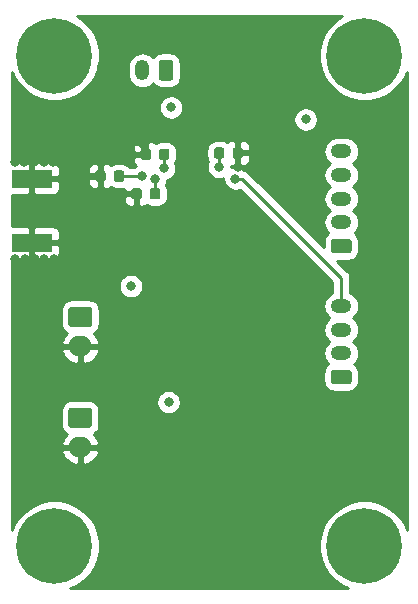
<source format=gbl>
G04 #@! TF.GenerationSoftware,KiCad,Pcbnew,(5.1.4)-1*
G04 #@! TF.CreationDate,2022-02-20T14:50:57-05:00*
G04 #@! TF.ProjectId,Telemetry PCB,54656c65-6d65-4747-9279-205043422e6b,rev?*
G04 #@! TF.SameCoordinates,Original*
G04 #@! TF.FileFunction,Copper,L4,Bot*
G04 #@! TF.FilePolarity,Positive*
%FSLAX46Y46*%
G04 Gerber Fmt 4.6, Leading zero omitted, Abs format (unit mm)*
G04 Created by KiCad (PCBNEW (5.1.4)-1) date 2022-02-20 14:50:57*
%MOMM*%
%LPD*%
G04 APERTURE LIST*
%ADD10R,3.500000X1.500000*%
%ADD11C,0.100000*%
%ADD12C,0.875000*%
%ADD13O,2.000000X1.700000*%
%ADD14C,1.700000*%
%ADD15O,1.750000X1.200000*%
%ADD16C,1.200000*%
%ADD17O,1.200000X1.750000*%
%ADD18C,0.800000*%
%ADD19C,6.400000*%
%ADD20C,0.500000*%
%ADD21C,0.250000*%
%ADD22C,0.254000*%
G04 APERTURE END LIST*
D10*
X109840000Y-99830000D03*
X109840000Y-94430000D03*
D11*
G36*
X115885191Y-93726053D02*
G01*
X115906426Y-93729203D01*
X115927250Y-93734419D01*
X115947462Y-93741651D01*
X115966868Y-93750830D01*
X115985281Y-93761866D01*
X116002524Y-93774654D01*
X116018430Y-93789070D01*
X116032846Y-93804976D01*
X116045634Y-93822219D01*
X116056670Y-93840632D01*
X116065849Y-93860038D01*
X116073081Y-93880250D01*
X116078297Y-93901074D01*
X116081447Y-93922309D01*
X116082500Y-93943750D01*
X116082500Y-94456250D01*
X116081447Y-94477691D01*
X116078297Y-94498926D01*
X116073081Y-94519750D01*
X116065849Y-94539962D01*
X116056670Y-94559368D01*
X116045634Y-94577781D01*
X116032846Y-94595024D01*
X116018430Y-94610930D01*
X116002524Y-94625346D01*
X115985281Y-94638134D01*
X115966868Y-94649170D01*
X115947462Y-94658349D01*
X115927250Y-94665581D01*
X115906426Y-94670797D01*
X115885191Y-94673947D01*
X115863750Y-94675000D01*
X115426250Y-94675000D01*
X115404809Y-94673947D01*
X115383574Y-94670797D01*
X115362750Y-94665581D01*
X115342538Y-94658349D01*
X115323132Y-94649170D01*
X115304719Y-94638134D01*
X115287476Y-94625346D01*
X115271570Y-94610930D01*
X115257154Y-94595024D01*
X115244366Y-94577781D01*
X115233330Y-94559368D01*
X115224151Y-94539962D01*
X115216919Y-94519750D01*
X115211703Y-94498926D01*
X115208553Y-94477691D01*
X115207500Y-94456250D01*
X115207500Y-93943750D01*
X115208553Y-93922309D01*
X115211703Y-93901074D01*
X115216919Y-93880250D01*
X115224151Y-93860038D01*
X115233330Y-93840632D01*
X115244366Y-93822219D01*
X115257154Y-93804976D01*
X115271570Y-93789070D01*
X115287476Y-93774654D01*
X115304719Y-93761866D01*
X115323132Y-93750830D01*
X115342538Y-93741651D01*
X115362750Y-93734419D01*
X115383574Y-93729203D01*
X115404809Y-93726053D01*
X115426250Y-93725000D01*
X115863750Y-93725000D01*
X115885191Y-93726053D01*
X115885191Y-93726053D01*
G37*
D12*
X115645000Y-94200000D03*
D11*
G36*
X117460191Y-93726053D02*
G01*
X117481426Y-93729203D01*
X117502250Y-93734419D01*
X117522462Y-93741651D01*
X117541868Y-93750830D01*
X117560281Y-93761866D01*
X117577524Y-93774654D01*
X117593430Y-93789070D01*
X117607846Y-93804976D01*
X117620634Y-93822219D01*
X117631670Y-93840632D01*
X117640849Y-93860038D01*
X117648081Y-93880250D01*
X117653297Y-93901074D01*
X117656447Y-93922309D01*
X117657500Y-93943750D01*
X117657500Y-94456250D01*
X117656447Y-94477691D01*
X117653297Y-94498926D01*
X117648081Y-94519750D01*
X117640849Y-94539962D01*
X117631670Y-94559368D01*
X117620634Y-94577781D01*
X117607846Y-94595024D01*
X117593430Y-94610930D01*
X117577524Y-94625346D01*
X117560281Y-94638134D01*
X117541868Y-94649170D01*
X117522462Y-94658349D01*
X117502250Y-94665581D01*
X117481426Y-94670797D01*
X117460191Y-94673947D01*
X117438750Y-94675000D01*
X117001250Y-94675000D01*
X116979809Y-94673947D01*
X116958574Y-94670797D01*
X116937750Y-94665581D01*
X116917538Y-94658349D01*
X116898132Y-94649170D01*
X116879719Y-94638134D01*
X116862476Y-94625346D01*
X116846570Y-94610930D01*
X116832154Y-94595024D01*
X116819366Y-94577781D01*
X116808330Y-94559368D01*
X116799151Y-94539962D01*
X116791919Y-94519750D01*
X116786703Y-94498926D01*
X116783553Y-94477691D01*
X116782500Y-94456250D01*
X116782500Y-93943750D01*
X116783553Y-93922309D01*
X116786703Y-93901074D01*
X116791919Y-93880250D01*
X116799151Y-93860038D01*
X116808330Y-93840632D01*
X116819366Y-93822219D01*
X116832154Y-93804976D01*
X116846570Y-93789070D01*
X116862476Y-93774654D01*
X116879719Y-93761866D01*
X116898132Y-93750830D01*
X116917538Y-93741651D01*
X116937750Y-93734419D01*
X116958574Y-93729203D01*
X116979809Y-93726053D01*
X117001250Y-93725000D01*
X117438750Y-93725000D01*
X117460191Y-93726053D01*
X117460191Y-93726053D01*
G37*
D12*
X117220000Y-94200000D03*
D13*
X113940000Y-108630000D03*
D11*
G36*
X114714504Y-105281204D02*
G01*
X114738773Y-105284804D01*
X114762571Y-105290765D01*
X114785671Y-105299030D01*
X114807849Y-105309520D01*
X114828893Y-105322133D01*
X114848598Y-105336747D01*
X114866777Y-105353223D01*
X114883253Y-105371402D01*
X114897867Y-105391107D01*
X114910480Y-105412151D01*
X114920970Y-105434329D01*
X114929235Y-105457429D01*
X114935196Y-105481227D01*
X114938796Y-105505496D01*
X114940000Y-105530000D01*
X114940000Y-106730000D01*
X114938796Y-106754504D01*
X114935196Y-106778773D01*
X114929235Y-106802571D01*
X114920970Y-106825671D01*
X114910480Y-106847849D01*
X114897867Y-106868893D01*
X114883253Y-106888598D01*
X114866777Y-106906777D01*
X114848598Y-106923253D01*
X114828893Y-106937867D01*
X114807849Y-106950480D01*
X114785671Y-106960970D01*
X114762571Y-106969235D01*
X114738773Y-106975196D01*
X114714504Y-106978796D01*
X114690000Y-106980000D01*
X113190000Y-106980000D01*
X113165496Y-106978796D01*
X113141227Y-106975196D01*
X113117429Y-106969235D01*
X113094329Y-106960970D01*
X113072151Y-106950480D01*
X113051107Y-106937867D01*
X113031402Y-106923253D01*
X113013223Y-106906777D01*
X112996747Y-106888598D01*
X112982133Y-106868893D01*
X112969520Y-106847849D01*
X112959030Y-106825671D01*
X112950765Y-106802571D01*
X112944804Y-106778773D01*
X112941204Y-106754504D01*
X112940000Y-106730000D01*
X112940000Y-105530000D01*
X112941204Y-105505496D01*
X112944804Y-105481227D01*
X112950765Y-105457429D01*
X112959030Y-105434329D01*
X112969520Y-105412151D01*
X112982133Y-105391107D01*
X112996747Y-105371402D01*
X113013223Y-105353223D01*
X113031402Y-105336747D01*
X113051107Y-105322133D01*
X113072151Y-105309520D01*
X113094329Y-105299030D01*
X113117429Y-105290765D01*
X113141227Y-105284804D01*
X113165496Y-105281204D01*
X113190000Y-105280000D01*
X114690000Y-105280000D01*
X114714504Y-105281204D01*
X114714504Y-105281204D01*
G37*
D14*
X113940000Y-106130000D03*
D13*
X113930000Y-117160000D03*
D11*
G36*
X114704504Y-113811204D02*
G01*
X114728773Y-113814804D01*
X114752571Y-113820765D01*
X114775671Y-113829030D01*
X114797849Y-113839520D01*
X114818893Y-113852133D01*
X114838598Y-113866747D01*
X114856777Y-113883223D01*
X114873253Y-113901402D01*
X114887867Y-113921107D01*
X114900480Y-113942151D01*
X114910970Y-113964329D01*
X114919235Y-113987429D01*
X114925196Y-114011227D01*
X114928796Y-114035496D01*
X114930000Y-114060000D01*
X114930000Y-115260000D01*
X114928796Y-115284504D01*
X114925196Y-115308773D01*
X114919235Y-115332571D01*
X114910970Y-115355671D01*
X114900480Y-115377849D01*
X114887867Y-115398893D01*
X114873253Y-115418598D01*
X114856777Y-115436777D01*
X114838598Y-115453253D01*
X114818893Y-115467867D01*
X114797849Y-115480480D01*
X114775671Y-115490970D01*
X114752571Y-115499235D01*
X114728773Y-115505196D01*
X114704504Y-115508796D01*
X114680000Y-115510000D01*
X113180000Y-115510000D01*
X113155496Y-115508796D01*
X113131227Y-115505196D01*
X113107429Y-115499235D01*
X113084329Y-115490970D01*
X113062151Y-115480480D01*
X113041107Y-115467867D01*
X113021402Y-115453253D01*
X113003223Y-115436777D01*
X112986747Y-115418598D01*
X112972133Y-115398893D01*
X112959520Y-115377849D01*
X112949030Y-115355671D01*
X112940765Y-115332571D01*
X112934804Y-115308773D01*
X112931204Y-115284504D01*
X112930000Y-115260000D01*
X112930000Y-114060000D01*
X112931204Y-114035496D01*
X112934804Y-114011227D01*
X112940765Y-113987429D01*
X112949030Y-113964329D01*
X112959520Y-113942151D01*
X112972133Y-113921107D01*
X112986747Y-113901402D01*
X113003223Y-113883223D01*
X113021402Y-113866747D01*
X113041107Y-113852133D01*
X113062151Y-113839520D01*
X113084329Y-113829030D01*
X113107429Y-113820765D01*
X113131227Y-113814804D01*
X113155496Y-113811204D01*
X113180000Y-113810000D01*
X114680000Y-113810000D01*
X114704504Y-113811204D01*
X114704504Y-113811204D01*
G37*
D14*
X113930000Y-114660000D03*
D15*
X136040000Y-105210000D03*
X136040000Y-107210000D03*
X136040000Y-109210000D03*
D11*
G36*
X136689505Y-110611204D02*
G01*
X136713773Y-110614804D01*
X136737572Y-110620765D01*
X136760671Y-110629030D01*
X136782850Y-110639520D01*
X136803893Y-110652132D01*
X136823599Y-110666747D01*
X136841777Y-110683223D01*
X136858253Y-110701401D01*
X136872868Y-110721107D01*
X136885480Y-110742150D01*
X136895970Y-110764329D01*
X136904235Y-110787428D01*
X136910196Y-110811227D01*
X136913796Y-110835495D01*
X136915000Y-110859999D01*
X136915000Y-111560001D01*
X136913796Y-111584505D01*
X136910196Y-111608773D01*
X136904235Y-111632572D01*
X136895970Y-111655671D01*
X136885480Y-111677850D01*
X136872868Y-111698893D01*
X136858253Y-111718599D01*
X136841777Y-111736777D01*
X136823599Y-111753253D01*
X136803893Y-111767868D01*
X136782850Y-111780480D01*
X136760671Y-111790970D01*
X136737572Y-111799235D01*
X136713773Y-111805196D01*
X136689505Y-111808796D01*
X136665001Y-111810000D01*
X135414999Y-111810000D01*
X135390495Y-111808796D01*
X135366227Y-111805196D01*
X135342428Y-111799235D01*
X135319329Y-111790970D01*
X135297150Y-111780480D01*
X135276107Y-111767868D01*
X135256401Y-111753253D01*
X135238223Y-111736777D01*
X135221747Y-111718599D01*
X135207132Y-111698893D01*
X135194520Y-111677850D01*
X135184030Y-111655671D01*
X135175765Y-111632572D01*
X135169804Y-111608773D01*
X135166204Y-111584505D01*
X135165000Y-111560001D01*
X135165000Y-110859999D01*
X135166204Y-110835495D01*
X135169804Y-110811227D01*
X135175765Y-110787428D01*
X135184030Y-110764329D01*
X135194520Y-110742150D01*
X135207132Y-110721107D01*
X135221747Y-110701401D01*
X135238223Y-110683223D01*
X135256401Y-110666747D01*
X135276107Y-110652132D01*
X135297150Y-110639520D01*
X135319329Y-110629030D01*
X135342428Y-110620765D01*
X135366227Y-110614804D01*
X135390495Y-110611204D01*
X135414999Y-110610000D01*
X136665001Y-110610000D01*
X136689505Y-110611204D01*
X136689505Y-110611204D01*
G37*
D16*
X136040000Y-111210000D03*
D15*
X136050000Y-92120000D03*
X136050000Y-94120000D03*
X136050000Y-96120000D03*
X136050000Y-98120000D03*
D11*
G36*
X136699505Y-99521204D02*
G01*
X136723773Y-99524804D01*
X136747572Y-99530765D01*
X136770671Y-99539030D01*
X136792850Y-99549520D01*
X136813893Y-99562132D01*
X136833599Y-99576747D01*
X136851777Y-99593223D01*
X136868253Y-99611401D01*
X136882868Y-99631107D01*
X136895480Y-99652150D01*
X136905970Y-99674329D01*
X136914235Y-99697428D01*
X136920196Y-99721227D01*
X136923796Y-99745495D01*
X136925000Y-99769999D01*
X136925000Y-100470001D01*
X136923796Y-100494505D01*
X136920196Y-100518773D01*
X136914235Y-100542572D01*
X136905970Y-100565671D01*
X136895480Y-100587850D01*
X136882868Y-100608893D01*
X136868253Y-100628599D01*
X136851777Y-100646777D01*
X136833599Y-100663253D01*
X136813893Y-100677868D01*
X136792850Y-100690480D01*
X136770671Y-100700970D01*
X136747572Y-100709235D01*
X136723773Y-100715196D01*
X136699505Y-100718796D01*
X136675001Y-100720000D01*
X135424999Y-100720000D01*
X135400495Y-100718796D01*
X135376227Y-100715196D01*
X135352428Y-100709235D01*
X135329329Y-100700970D01*
X135307150Y-100690480D01*
X135286107Y-100677868D01*
X135266401Y-100663253D01*
X135248223Y-100646777D01*
X135231747Y-100628599D01*
X135217132Y-100608893D01*
X135204520Y-100587850D01*
X135194030Y-100565671D01*
X135185765Y-100542572D01*
X135179804Y-100518773D01*
X135176204Y-100494505D01*
X135175000Y-100470001D01*
X135175000Y-99769999D01*
X135176204Y-99745495D01*
X135179804Y-99721227D01*
X135185765Y-99697428D01*
X135194030Y-99674329D01*
X135204520Y-99652150D01*
X135217132Y-99631107D01*
X135231747Y-99611401D01*
X135248223Y-99593223D01*
X135266401Y-99576747D01*
X135286107Y-99562132D01*
X135307150Y-99549520D01*
X135329329Y-99539030D01*
X135352428Y-99530765D01*
X135376227Y-99524804D01*
X135400495Y-99521204D01*
X135424999Y-99520000D01*
X136675001Y-99520000D01*
X136699505Y-99521204D01*
X136699505Y-99521204D01*
G37*
D16*
X136050000Y-100120000D03*
D17*
X119200000Y-85250000D03*
D11*
G36*
X121574505Y-84376204D02*
G01*
X121598773Y-84379804D01*
X121622572Y-84385765D01*
X121645671Y-84394030D01*
X121667850Y-84404520D01*
X121688893Y-84417132D01*
X121708599Y-84431747D01*
X121726777Y-84448223D01*
X121743253Y-84466401D01*
X121757868Y-84486107D01*
X121770480Y-84507150D01*
X121780970Y-84529329D01*
X121789235Y-84552428D01*
X121795196Y-84576227D01*
X121798796Y-84600495D01*
X121800000Y-84624999D01*
X121800000Y-85875001D01*
X121798796Y-85899505D01*
X121795196Y-85923773D01*
X121789235Y-85947572D01*
X121780970Y-85970671D01*
X121770480Y-85992850D01*
X121757868Y-86013893D01*
X121743253Y-86033599D01*
X121726777Y-86051777D01*
X121708599Y-86068253D01*
X121688893Y-86082868D01*
X121667850Y-86095480D01*
X121645671Y-86105970D01*
X121622572Y-86114235D01*
X121598773Y-86120196D01*
X121574505Y-86123796D01*
X121550001Y-86125000D01*
X120849999Y-86125000D01*
X120825495Y-86123796D01*
X120801227Y-86120196D01*
X120777428Y-86114235D01*
X120754329Y-86105970D01*
X120732150Y-86095480D01*
X120711107Y-86082868D01*
X120691401Y-86068253D01*
X120673223Y-86051777D01*
X120656747Y-86033599D01*
X120642132Y-86013893D01*
X120629520Y-85992850D01*
X120619030Y-85970671D01*
X120610765Y-85947572D01*
X120604804Y-85923773D01*
X120601204Y-85899505D01*
X120600000Y-85875001D01*
X120600000Y-84624999D01*
X120601204Y-84600495D01*
X120604804Y-84576227D01*
X120610765Y-84552428D01*
X120619030Y-84529329D01*
X120629520Y-84507150D01*
X120642132Y-84486107D01*
X120656747Y-84466401D01*
X120673223Y-84448223D01*
X120691401Y-84431747D01*
X120711107Y-84417132D01*
X120732150Y-84404520D01*
X120754329Y-84394030D01*
X120777428Y-84385765D01*
X120801227Y-84379804D01*
X120825495Y-84376204D01*
X120849999Y-84375000D01*
X121550001Y-84375000D01*
X121574505Y-84376204D01*
X121574505Y-84376204D01*
G37*
D16*
X121200000Y-85250000D03*
D18*
X139697056Y-123802944D03*
X138000000Y-123100000D03*
X136302944Y-123802944D03*
X135600000Y-125500000D03*
X136302944Y-127197056D03*
X138000000Y-127900000D03*
X139697056Y-127197056D03*
X140400000Y-125500000D03*
D19*
X138000000Y-125500000D03*
D18*
X113447056Y-123802944D03*
X111750000Y-123100000D03*
X110052944Y-123802944D03*
X109350000Y-125500000D03*
X110052944Y-127197056D03*
X111750000Y-127900000D03*
X113447056Y-127197056D03*
X114150000Y-125500000D03*
D19*
X111750000Y-125500000D03*
D18*
X139697056Y-82302944D03*
X138000000Y-81600000D03*
X136302944Y-82302944D03*
X135600000Y-84000000D03*
X136302944Y-85697056D03*
X138000000Y-86400000D03*
X139697056Y-85697056D03*
X140400000Y-84000000D03*
D19*
X138000000Y-84000000D03*
D18*
X113447056Y-82302944D03*
X111750000Y-81600000D03*
X110052944Y-82302944D03*
X109350000Y-84000000D03*
X110052944Y-85697056D03*
X111750000Y-86400000D03*
X113447056Y-85697056D03*
X114150000Y-84000000D03*
D19*
X111750000Y-84000000D03*
D11*
G36*
X118935191Y-95226053D02*
G01*
X118956426Y-95229203D01*
X118977250Y-95234419D01*
X118997462Y-95241651D01*
X119016868Y-95250830D01*
X119035281Y-95261866D01*
X119052524Y-95274654D01*
X119068430Y-95289070D01*
X119082846Y-95304976D01*
X119095634Y-95322219D01*
X119106670Y-95340632D01*
X119115849Y-95360038D01*
X119123081Y-95380250D01*
X119128297Y-95401074D01*
X119131447Y-95422309D01*
X119132500Y-95443750D01*
X119132500Y-95956250D01*
X119131447Y-95977691D01*
X119128297Y-95998926D01*
X119123081Y-96019750D01*
X119115849Y-96039962D01*
X119106670Y-96059368D01*
X119095634Y-96077781D01*
X119082846Y-96095024D01*
X119068430Y-96110930D01*
X119052524Y-96125346D01*
X119035281Y-96138134D01*
X119016868Y-96149170D01*
X118997462Y-96158349D01*
X118977250Y-96165581D01*
X118956426Y-96170797D01*
X118935191Y-96173947D01*
X118913750Y-96175000D01*
X118476250Y-96175000D01*
X118454809Y-96173947D01*
X118433574Y-96170797D01*
X118412750Y-96165581D01*
X118392538Y-96158349D01*
X118373132Y-96149170D01*
X118354719Y-96138134D01*
X118337476Y-96125346D01*
X118321570Y-96110930D01*
X118307154Y-96095024D01*
X118294366Y-96077781D01*
X118283330Y-96059368D01*
X118274151Y-96039962D01*
X118266919Y-96019750D01*
X118261703Y-95998926D01*
X118258553Y-95977691D01*
X118257500Y-95956250D01*
X118257500Y-95443750D01*
X118258553Y-95422309D01*
X118261703Y-95401074D01*
X118266919Y-95380250D01*
X118274151Y-95360038D01*
X118283330Y-95340632D01*
X118294366Y-95322219D01*
X118307154Y-95304976D01*
X118321570Y-95289070D01*
X118337476Y-95274654D01*
X118354719Y-95261866D01*
X118373132Y-95250830D01*
X118392538Y-95241651D01*
X118412750Y-95234419D01*
X118433574Y-95229203D01*
X118454809Y-95226053D01*
X118476250Y-95225000D01*
X118913750Y-95225000D01*
X118935191Y-95226053D01*
X118935191Y-95226053D01*
G37*
D12*
X118695000Y-95700000D03*
D11*
G36*
X120510191Y-95226053D02*
G01*
X120531426Y-95229203D01*
X120552250Y-95234419D01*
X120572462Y-95241651D01*
X120591868Y-95250830D01*
X120610281Y-95261866D01*
X120627524Y-95274654D01*
X120643430Y-95289070D01*
X120657846Y-95304976D01*
X120670634Y-95322219D01*
X120681670Y-95340632D01*
X120690849Y-95360038D01*
X120698081Y-95380250D01*
X120703297Y-95401074D01*
X120706447Y-95422309D01*
X120707500Y-95443750D01*
X120707500Y-95956250D01*
X120706447Y-95977691D01*
X120703297Y-95998926D01*
X120698081Y-96019750D01*
X120690849Y-96039962D01*
X120681670Y-96059368D01*
X120670634Y-96077781D01*
X120657846Y-96095024D01*
X120643430Y-96110930D01*
X120627524Y-96125346D01*
X120610281Y-96138134D01*
X120591868Y-96149170D01*
X120572462Y-96158349D01*
X120552250Y-96165581D01*
X120531426Y-96170797D01*
X120510191Y-96173947D01*
X120488750Y-96175000D01*
X120051250Y-96175000D01*
X120029809Y-96173947D01*
X120008574Y-96170797D01*
X119987750Y-96165581D01*
X119967538Y-96158349D01*
X119948132Y-96149170D01*
X119929719Y-96138134D01*
X119912476Y-96125346D01*
X119896570Y-96110930D01*
X119882154Y-96095024D01*
X119869366Y-96077781D01*
X119858330Y-96059368D01*
X119849151Y-96039962D01*
X119841919Y-96019750D01*
X119836703Y-95998926D01*
X119833553Y-95977691D01*
X119832500Y-95956250D01*
X119832500Y-95443750D01*
X119833553Y-95422309D01*
X119836703Y-95401074D01*
X119841919Y-95380250D01*
X119849151Y-95360038D01*
X119858330Y-95340632D01*
X119869366Y-95322219D01*
X119882154Y-95304976D01*
X119896570Y-95289070D01*
X119912476Y-95274654D01*
X119929719Y-95261866D01*
X119948132Y-95250830D01*
X119967538Y-95241651D01*
X119987750Y-95234419D01*
X120008574Y-95229203D01*
X120029809Y-95226053D01*
X120051250Y-95225000D01*
X120488750Y-95225000D01*
X120510191Y-95226053D01*
X120510191Y-95226053D01*
G37*
D12*
X120270000Y-95700000D03*
D11*
G36*
X127515191Y-91776053D02*
G01*
X127536426Y-91779203D01*
X127557250Y-91784419D01*
X127577462Y-91791651D01*
X127596868Y-91800830D01*
X127615281Y-91811866D01*
X127632524Y-91824654D01*
X127648430Y-91839070D01*
X127662846Y-91854976D01*
X127675634Y-91872219D01*
X127686670Y-91890632D01*
X127695849Y-91910038D01*
X127703081Y-91930250D01*
X127708297Y-91951074D01*
X127711447Y-91972309D01*
X127712500Y-91993750D01*
X127712500Y-92506250D01*
X127711447Y-92527691D01*
X127708297Y-92548926D01*
X127703081Y-92569750D01*
X127695849Y-92589962D01*
X127686670Y-92609368D01*
X127675634Y-92627781D01*
X127662846Y-92645024D01*
X127648430Y-92660930D01*
X127632524Y-92675346D01*
X127615281Y-92688134D01*
X127596868Y-92699170D01*
X127577462Y-92708349D01*
X127557250Y-92715581D01*
X127536426Y-92720797D01*
X127515191Y-92723947D01*
X127493750Y-92725000D01*
X127056250Y-92725000D01*
X127034809Y-92723947D01*
X127013574Y-92720797D01*
X126992750Y-92715581D01*
X126972538Y-92708349D01*
X126953132Y-92699170D01*
X126934719Y-92688134D01*
X126917476Y-92675346D01*
X126901570Y-92660930D01*
X126887154Y-92645024D01*
X126874366Y-92627781D01*
X126863330Y-92609368D01*
X126854151Y-92589962D01*
X126846919Y-92569750D01*
X126841703Y-92548926D01*
X126838553Y-92527691D01*
X126837500Y-92506250D01*
X126837500Y-91993750D01*
X126838553Y-91972309D01*
X126841703Y-91951074D01*
X126846919Y-91930250D01*
X126854151Y-91910038D01*
X126863330Y-91890632D01*
X126874366Y-91872219D01*
X126887154Y-91854976D01*
X126901570Y-91839070D01*
X126917476Y-91824654D01*
X126934719Y-91811866D01*
X126953132Y-91800830D01*
X126972538Y-91791651D01*
X126992750Y-91784419D01*
X127013574Y-91779203D01*
X127034809Y-91776053D01*
X127056250Y-91775000D01*
X127493750Y-91775000D01*
X127515191Y-91776053D01*
X127515191Y-91776053D01*
G37*
D12*
X127275000Y-92250000D03*
D11*
G36*
X125940191Y-91776053D02*
G01*
X125961426Y-91779203D01*
X125982250Y-91784419D01*
X126002462Y-91791651D01*
X126021868Y-91800830D01*
X126040281Y-91811866D01*
X126057524Y-91824654D01*
X126073430Y-91839070D01*
X126087846Y-91854976D01*
X126100634Y-91872219D01*
X126111670Y-91890632D01*
X126120849Y-91910038D01*
X126128081Y-91930250D01*
X126133297Y-91951074D01*
X126136447Y-91972309D01*
X126137500Y-91993750D01*
X126137500Y-92506250D01*
X126136447Y-92527691D01*
X126133297Y-92548926D01*
X126128081Y-92569750D01*
X126120849Y-92589962D01*
X126111670Y-92609368D01*
X126100634Y-92627781D01*
X126087846Y-92645024D01*
X126073430Y-92660930D01*
X126057524Y-92675346D01*
X126040281Y-92688134D01*
X126021868Y-92699170D01*
X126002462Y-92708349D01*
X125982250Y-92715581D01*
X125961426Y-92720797D01*
X125940191Y-92723947D01*
X125918750Y-92725000D01*
X125481250Y-92725000D01*
X125459809Y-92723947D01*
X125438574Y-92720797D01*
X125417750Y-92715581D01*
X125397538Y-92708349D01*
X125378132Y-92699170D01*
X125359719Y-92688134D01*
X125342476Y-92675346D01*
X125326570Y-92660930D01*
X125312154Y-92645024D01*
X125299366Y-92627781D01*
X125288330Y-92609368D01*
X125279151Y-92589962D01*
X125271919Y-92569750D01*
X125266703Y-92548926D01*
X125263553Y-92527691D01*
X125262500Y-92506250D01*
X125262500Y-91993750D01*
X125263553Y-91972309D01*
X125266703Y-91951074D01*
X125271919Y-91930250D01*
X125279151Y-91910038D01*
X125288330Y-91890632D01*
X125299366Y-91872219D01*
X125312154Y-91854976D01*
X125326570Y-91839070D01*
X125342476Y-91824654D01*
X125359719Y-91811866D01*
X125378132Y-91800830D01*
X125397538Y-91791651D01*
X125417750Y-91784419D01*
X125438574Y-91779203D01*
X125459809Y-91776053D01*
X125481250Y-91775000D01*
X125918750Y-91775000D01*
X125940191Y-91776053D01*
X125940191Y-91776053D01*
G37*
D12*
X125700000Y-92250000D03*
D11*
G36*
X119715191Y-91886053D02*
G01*
X119736426Y-91889203D01*
X119757250Y-91894419D01*
X119777462Y-91901651D01*
X119796868Y-91910830D01*
X119815281Y-91921866D01*
X119832524Y-91934654D01*
X119848430Y-91949070D01*
X119862846Y-91964976D01*
X119875634Y-91982219D01*
X119886670Y-92000632D01*
X119895849Y-92020038D01*
X119903081Y-92040250D01*
X119908297Y-92061074D01*
X119911447Y-92082309D01*
X119912500Y-92103750D01*
X119912500Y-92616250D01*
X119911447Y-92637691D01*
X119908297Y-92658926D01*
X119903081Y-92679750D01*
X119895849Y-92699962D01*
X119886670Y-92719368D01*
X119875634Y-92737781D01*
X119862846Y-92755024D01*
X119848430Y-92770930D01*
X119832524Y-92785346D01*
X119815281Y-92798134D01*
X119796868Y-92809170D01*
X119777462Y-92818349D01*
X119757250Y-92825581D01*
X119736426Y-92830797D01*
X119715191Y-92833947D01*
X119693750Y-92835000D01*
X119256250Y-92835000D01*
X119234809Y-92833947D01*
X119213574Y-92830797D01*
X119192750Y-92825581D01*
X119172538Y-92818349D01*
X119153132Y-92809170D01*
X119134719Y-92798134D01*
X119117476Y-92785346D01*
X119101570Y-92770930D01*
X119087154Y-92755024D01*
X119074366Y-92737781D01*
X119063330Y-92719368D01*
X119054151Y-92699962D01*
X119046919Y-92679750D01*
X119041703Y-92658926D01*
X119038553Y-92637691D01*
X119037500Y-92616250D01*
X119037500Y-92103750D01*
X119038553Y-92082309D01*
X119041703Y-92061074D01*
X119046919Y-92040250D01*
X119054151Y-92020038D01*
X119063330Y-92000632D01*
X119074366Y-91982219D01*
X119087154Y-91964976D01*
X119101570Y-91949070D01*
X119117476Y-91934654D01*
X119134719Y-91921866D01*
X119153132Y-91910830D01*
X119172538Y-91901651D01*
X119192750Y-91894419D01*
X119213574Y-91889203D01*
X119234809Y-91886053D01*
X119256250Y-91885000D01*
X119693750Y-91885000D01*
X119715191Y-91886053D01*
X119715191Y-91886053D01*
G37*
D12*
X119475000Y-92360000D03*
D11*
G36*
X121290191Y-91886053D02*
G01*
X121311426Y-91889203D01*
X121332250Y-91894419D01*
X121352462Y-91901651D01*
X121371868Y-91910830D01*
X121390281Y-91921866D01*
X121407524Y-91934654D01*
X121423430Y-91949070D01*
X121437846Y-91964976D01*
X121450634Y-91982219D01*
X121461670Y-92000632D01*
X121470849Y-92020038D01*
X121478081Y-92040250D01*
X121483297Y-92061074D01*
X121486447Y-92082309D01*
X121487500Y-92103750D01*
X121487500Y-92616250D01*
X121486447Y-92637691D01*
X121483297Y-92658926D01*
X121478081Y-92679750D01*
X121470849Y-92699962D01*
X121461670Y-92719368D01*
X121450634Y-92737781D01*
X121437846Y-92755024D01*
X121423430Y-92770930D01*
X121407524Y-92785346D01*
X121390281Y-92798134D01*
X121371868Y-92809170D01*
X121352462Y-92818349D01*
X121332250Y-92825581D01*
X121311426Y-92830797D01*
X121290191Y-92833947D01*
X121268750Y-92835000D01*
X120831250Y-92835000D01*
X120809809Y-92833947D01*
X120788574Y-92830797D01*
X120767750Y-92825581D01*
X120747538Y-92818349D01*
X120728132Y-92809170D01*
X120709719Y-92798134D01*
X120692476Y-92785346D01*
X120676570Y-92770930D01*
X120662154Y-92755024D01*
X120649366Y-92737781D01*
X120638330Y-92719368D01*
X120629151Y-92699962D01*
X120621919Y-92679750D01*
X120616703Y-92658926D01*
X120613553Y-92637691D01*
X120612500Y-92616250D01*
X120612500Y-92103750D01*
X120613553Y-92082309D01*
X120616703Y-92061074D01*
X120621919Y-92040250D01*
X120629151Y-92020038D01*
X120638330Y-92000632D01*
X120649366Y-91982219D01*
X120662154Y-91964976D01*
X120676570Y-91949070D01*
X120692476Y-91934654D01*
X120709719Y-91921866D01*
X120728132Y-91910830D01*
X120747538Y-91901651D01*
X120767750Y-91894419D01*
X120788574Y-91889203D01*
X120809809Y-91886053D01*
X120831250Y-91885000D01*
X121268750Y-91885000D01*
X121290191Y-91886053D01*
X121290191Y-91886053D01*
G37*
D12*
X121050000Y-92360000D03*
D18*
X124710000Y-98060000D03*
X123570000Y-98060000D03*
X122380000Y-98070000D03*
X124720000Y-96920000D03*
X122360000Y-96940000D03*
X124750000Y-95660000D03*
X123600000Y-95690000D03*
X122340000Y-95680000D03*
X117140000Y-95710000D03*
X108430000Y-101260000D03*
X109260000Y-101250000D03*
X110080000Y-101260000D03*
X110910000Y-101250000D03*
X111740000Y-101260000D03*
X108390000Y-93000000D03*
X109210000Y-92990000D03*
X110020000Y-93000000D03*
X110830000Y-93000000D03*
X111640000Y-93000000D03*
X119240000Y-107210000D03*
X119740000Y-103770000D03*
X121300000Y-103770000D03*
X122880000Y-103770000D03*
X125290000Y-103540000D03*
X122260000Y-111720000D03*
X128080000Y-110040000D03*
X115500000Y-99190000D03*
X115500000Y-100770000D03*
X115500000Y-102310000D03*
X116300000Y-91660000D03*
X117830000Y-91660000D03*
X124340000Y-87200000D03*
X125880000Y-88760000D03*
X131510000Y-88760000D03*
X133010000Y-102830000D03*
X117430000Y-98290000D03*
X123540000Y-96890000D03*
X117610000Y-117380000D03*
X125780000Y-114670000D03*
X125790000Y-116570000D03*
X114490000Y-94200000D03*
X118753657Y-91200698D03*
X127270000Y-93410000D03*
X133030000Y-89400000D03*
X121430000Y-113350000D03*
X121640000Y-88390000D03*
X118230000Y-103520000D03*
X121045147Y-93544853D03*
X125700000Y-93420001D03*
X120263048Y-94463342D03*
X127070000Y-94412400D03*
X119165403Y-94204597D03*
D20*
X115645000Y-94200000D02*
X114490000Y-94200000D01*
X117150000Y-95700000D02*
X117140000Y-95710000D01*
X118695000Y-95700000D02*
X117150000Y-95700000D01*
X119475000Y-92360000D02*
X119475000Y-91922041D01*
X119475000Y-91922041D02*
X118753657Y-91200698D01*
X127275000Y-92250000D02*
X127275000Y-93405000D01*
X127275000Y-93405000D02*
X127270000Y-93410000D01*
D21*
X121045147Y-92364853D02*
X121050000Y-92360000D01*
X121045147Y-93544853D02*
X121045147Y-92364853D01*
X125700000Y-93420001D02*
X125700000Y-92250000D01*
X120263048Y-95693048D02*
X120270000Y-95700000D01*
X120263048Y-94463342D02*
X120263048Y-95693048D01*
X136040000Y-104360000D02*
X136040000Y-105210000D01*
X136040000Y-102816715D02*
X136040000Y-104360000D01*
X127635685Y-94412400D02*
X136040000Y-102816715D01*
X127070000Y-94412400D02*
X127635685Y-94412400D01*
X117224597Y-94204597D02*
X117220000Y-94200000D01*
X119165403Y-94204597D02*
X117224597Y-94204597D01*
D22*
G36*
X135555330Y-81021161D02*
G01*
X135021161Y-81555330D01*
X134601467Y-82183446D01*
X134312377Y-82881372D01*
X134165000Y-83622285D01*
X134165000Y-84377715D01*
X134312377Y-85118628D01*
X134601467Y-85816554D01*
X135021161Y-86444670D01*
X135555330Y-86978839D01*
X136183446Y-87398533D01*
X136881372Y-87687623D01*
X137622285Y-87835000D01*
X138377715Y-87835000D01*
X139118628Y-87687623D01*
X139816554Y-87398533D01*
X140444670Y-86978839D01*
X140978839Y-86444670D01*
X141398533Y-85816554D01*
X141590001Y-85354309D01*
X141590000Y-122217581D01*
X141590000Y-124145689D01*
X141398533Y-123683446D01*
X140978839Y-123055330D01*
X140444670Y-122521161D01*
X139816554Y-122101467D01*
X139118628Y-121812377D01*
X138377715Y-121665000D01*
X137622285Y-121665000D01*
X136881372Y-121812377D01*
X136183446Y-122101467D01*
X135555330Y-122521161D01*
X135021161Y-123055330D01*
X134601467Y-123683446D01*
X134312377Y-124381372D01*
X134165000Y-125122285D01*
X134165000Y-125877715D01*
X134312377Y-126618628D01*
X134601467Y-127316554D01*
X135021161Y-127944670D01*
X135555330Y-128478839D01*
X136183446Y-128898533D01*
X136645689Y-129090000D01*
X113104311Y-129090000D01*
X113566554Y-128898533D01*
X114194670Y-128478839D01*
X114728839Y-127944670D01*
X115148533Y-127316554D01*
X115437623Y-126618628D01*
X115585000Y-125877715D01*
X115585000Y-125122285D01*
X115437623Y-124381372D01*
X115148533Y-123683446D01*
X114728839Y-123055330D01*
X114194670Y-122521161D01*
X113566554Y-122101467D01*
X112868628Y-121812377D01*
X112127715Y-121665000D01*
X111372285Y-121665000D01*
X110631372Y-121812377D01*
X109933446Y-122101467D01*
X109305330Y-122521161D01*
X108771161Y-123055330D01*
X108351467Y-123683446D01*
X108160000Y-124145689D01*
X108160000Y-117516890D01*
X112338524Y-117516890D01*
X112340446Y-117529261D01*
X112440146Y-117803009D01*
X112591336Y-118052046D01*
X112788205Y-118266802D01*
X113023188Y-118439025D01*
X113287255Y-118562096D01*
X113570258Y-118631285D01*
X113803000Y-118487232D01*
X113803000Y-117287000D01*
X114057000Y-117287000D01*
X114057000Y-118487232D01*
X114289742Y-118631285D01*
X114572745Y-118562096D01*
X114836812Y-118439025D01*
X115071795Y-118266802D01*
X115268664Y-118052046D01*
X115419854Y-117803009D01*
X115519554Y-117529261D01*
X115521476Y-117516890D01*
X115400155Y-117287000D01*
X114057000Y-117287000D01*
X113803000Y-117287000D01*
X112459845Y-117287000D01*
X112338524Y-117516890D01*
X108160000Y-117516890D01*
X108160000Y-114060000D01*
X112291928Y-114060000D01*
X112291928Y-115260000D01*
X112308992Y-115433254D01*
X112359528Y-115599850D01*
X112441595Y-115753386D01*
X112552038Y-115887962D01*
X112686614Y-115998405D01*
X112788593Y-116052914D01*
X112788205Y-116053198D01*
X112591336Y-116267954D01*
X112440146Y-116516991D01*
X112340446Y-116790739D01*
X112338524Y-116803110D01*
X112459845Y-117033000D01*
X113803000Y-117033000D01*
X113803000Y-117013000D01*
X114057000Y-117013000D01*
X114057000Y-117033000D01*
X115400155Y-117033000D01*
X115521476Y-116803110D01*
X115519554Y-116790739D01*
X115419854Y-116516991D01*
X115268664Y-116267954D01*
X115071795Y-116053198D01*
X115071407Y-116052914D01*
X115173386Y-115998405D01*
X115307962Y-115887962D01*
X115418405Y-115753386D01*
X115500472Y-115599850D01*
X115551008Y-115433254D01*
X115568072Y-115260000D01*
X115568072Y-114060000D01*
X115551008Y-113886746D01*
X115500472Y-113720150D01*
X115418405Y-113566614D01*
X115307962Y-113432038D01*
X115173386Y-113321595D01*
X115035815Y-113248061D01*
X120395000Y-113248061D01*
X120395000Y-113451939D01*
X120434774Y-113651898D01*
X120512795Y-113840256D01*
X120626063Y-114009774D01*
X120770226Y-114153937D01*
X120939744Y-114267205D01*
X121128102Y-114345226D01*
X121328061Y-114385000D01*
X121531939Y-114385000D01*
X121731898Y-114345226D01*
X121920256Y-114267205D01*
X122089774Y-114153937D01*
X122233937Y-114009774D01*
X122347205Y-113840256D01*
X122425226Y-113651898D01*
X122465000Y-113451939D01*
X122465000Y-113248061D01*
X122425226Y-113048102D01*
X122347205Y-112859744D01*
X122233937Y-112690226D01*
X122089774Y-112546063D01*
X121920256Y-112432795D01*
X121731898Y-112354774D01*
X121531939Y-112315000D01*
X121328061Y-112315000D01*
X121128102Y-112354774D01*
X120939744Y-112432795D01*
X120770226Y-112546063D01*
X120626063Y-112690226D01*
X120512795Y-112859744D01*
X120434774Y-113048102D01*
X120395000Y-113248061D01*
X115035815Y-113248061D01*
X115019850Y-113239528D01*
X114853254Y-113188992D01*
X114680000Y-113171928D01*
X113180000Y-113171928D01*
X113006746Y-113188992D01*
X112840150Y-113239528D01*
X112686614Y-113321595D01*
X112552038Y-113432038D01*
X112441595Y-113566614D01*
X112359528Y-113720150D01*
X112308992Y-113886746D01*
X112291928Y-114060000D01*
X108160000Y-114060000D01*
X108160000Y-108986890D01*
X112348524Y-108986890D01*
X112350446Y-108999261D01*
X112450146Y-109273009D01*
X112601336Y-109522046D01*
X112798205Y-109736802D01*
X113033188Y-109909025D01*
X113297255Y-110032096D01*
X113580258Y-110101285D01*
X113813000Y-109957232D01*
X113813000Y-108757000D01*
X114067000Y-108757000D01*
X114067000Y-109957232D01*
X114299742Y-110101285D01*
X114582745Y-110032096D01*
X114846812Y-109909025D01*
X115081795Y-109736802D01*
X115278664Y-109522046D01*
X115429854Y-109273009D01*
X115529554Y-108999261D01*
X115531476Y-108986890D01*
X115410155Y-108757000D01*
X114067000Y-108757000D01*
X113813000Y-108757000D01*
X112469845Y-108757000D01*
X112348524Y-108986890D01*
X108160000Y-108986890D01*
X108160000Y-105530000D01*
X112301928Y-105530000D01*
X112301928Y-106730000D01*
X112318992Y-106903254D01*
X112369528Y-107069850D01*
X112451595Y-107223386D01*
X112562038Y-107357962D01*
X112696614Y-107468405D01*
X112798593Y-107522914D01*
X112798205Y-107523198D01*
X112601336Y-107737954D01*
X112450146Y-107986991D01*
X112350446Y-108260739D01*
X112348524Y-108273110D01*
X112469845Y-108503000D01*
X113813000Y-108503000D01*
X113813000Y-108483000D01*
X114067000Y-108483000D01*
X114067000Y-108503000D01*
X115410155Y-108503000D01*
X115531476Y-108273110D01*
X115529554Y-108260739D01*
X115429854Y-107986991D01*
X115278664Y-107737954D01*
X115081795Y-107523198D01*
X115081407Y-107522914D01*
X115183386Y-107468405D01*
X115317962Y-107357962D01*
X115428405Y-107223386D01*
X115510472Y-107069850D01*
X115561008Y-106903254D01*
X115578072Y-106730000D01*
X115578072Y-105530000D01*
X115561008Y-105356746D01*
X115510472Y-105190150D01*
X115428405Y-105036614D01*
X115317962Y-104902038D01*
X115183386Y-104791595D01*
X115029850Y-104709528D01*
X114863254Y-104658992D01*
X114690000Y-104641928D01*
X113190000Y-104641928D01*
X113016746Y-104658992D01*
X112850150Y-104709528D01*
X112696614Y-104791595D01*
X112562038Y-104902038D01*
X112451595Y-105036614D01*
X112369528Y-105190150D01*
X112318992Y-105356746D01*
X112301928Y-105530000D01*
X108160000Y-105530000D01*
X108160000Y-103418061D01*
X117195000Y-103418061D01*
X117195000Y-103621939D01*
X117234774Y-103821898D01*
X117312795Y-104010256D01*
X117426063Y-104179774D01*
X117570226Y-104323937D01*
X117739744Y-104437205D01*
X117928102Y-104515226D01*
X118128061Y-104555000D01*
X118331939Y-104555000D01*
X118531898Y-104515226D01*
X118720256Y-104437205D01*
X118889774Y-104323937D01*
X119033937Y-104179774D01*
X119147205Y-104010256D01*
X119225226Y-103821898D01*
X119265000Y-103621939D01*
X119265000Y-103418061D01*
X119225226Y-103218102D01*
X119147205Y-103029744D01*
X119033937Y-102860226D01*
X118889774Y-102716063D01*
X118720256Y-102602795D01*
X118531898Y-102524774D01*
X118331939Y-102485000D01*
X118128061Y-102485000D01*
X117928102Y-102524774D01*
X117739744Y-102602795D01*
X117570226Y-102716063D01*
X117426063Y-102860226D01*
X117312795Y-103029744D01*
X117234774Y-103218102D01*
X117195000Y-103418061D01*
X108160000Y-103418061D01*
X108160000Y-101217925D01*
X109554250Y-101215000D01*
X109713000Y-101056250D01*
X109713000Y-99957000D01*
X109967000Y-99957000D01*
X109967000Y-101056250D01*
X110125750Y-101215000D01*
X111590000Y-101218072D01*
X111714482Y-101205812D01*
X111834180Y-101169502D01*
X111944494Y-101110537D01*
X112041185Y-101031185D01*
X112120537Y-100934494D01*
X112179502Y-100824180D01*
X112215812Y-100704482D01*
X112228072Y-100580000D01*
X112225000Y-100115750D01*
X112066250Y-99957000D01*
X109967000Y-99957000D01*
X109713000Y-99957000D01*
X109693000Y-99957000D01*
X109693000Y-99703000D01*
X109713000Y-99703000D01*
X109713000Y-98603750D01*
X109967000Y-98603750D01*
X109967000Y-99703000D01*
X112066250Y-99703000D01*
X112225000Y-99544250D01*
X112228072Y-99080000D01*
X112215812Y-98955518D01*
X112179502Y-98835820D01*
X112120537Y-98725506D01*
X112041185Y-98628815D01*
X111944494Y-98549463D01*
X111834180Y-98490498D01*
X111714482Y-98454188D01*
X111590000Y-98441928D01*
X110125750Y-98445000D01*
X109967000Y-98603750D01*
X109713000Y-98603750D01*
X109554250Y-98445000D01*
X108160000Y-98442075D01*
X108160000Y-96175000D01*
X117619428Y-96175000D01*
X117631688Y-96299482D01*
X117667998Y-96419180D01*
X117726963Y-96529494D01*
X117806315Y-96626185D01*
X117903006Y-96705537D01*
X118013320Y-96764502D01*
X118133018Y-96800812D01*
X118257500Y-96813072D01*
X118409250Y-96810000D01*
X118568000Y-96651250D01*
X118568000Y-95827000D01*
X117781250Y-95827000D01*
X117622500Y-95985750D01*
X117619428Y-96175000D01*
X108160000Y-96175000D01*
X108160000Y-95817925D01*
X109554250Y-95815000D01*
X109713000Y-95656250D01*
X109713000Y-94557000D01*
X109967000Y-94557000D01*
X109967000Y-95656250D01*
X110125750Y-95815000D01*
X111590000Y-95818072D01*
X111714482Y-95805812D01*
X111834180Y-95769502D01*
X111944494Y-95710537D01*
X112041185Y-95631185D01*
X112120537Y-95534494D01*
X112179502Y-95424180D01*
X112215812Y-95304482D01*
X112228072Y-95180000D01*
X112225000Y-94715750D01*
X112184250Y-94675000D01*
X114569428Y-94675000D01*
X114581688Y-94799482D01*
X114617998Y-94919180D01*
X114676963Y-95029494D01*
X114756315Y-95126185D01*
X114853006Y-95205537D01*
X114963320Y-95264502D01*
X115083018Y-95300812D01*
X115207500Y-95313072D01*
X115359250Y-95310000D01*
X115518000Y-95151250D01*
X115518000Y-94327000D01*
X114731250Y-94327000D01*
X114572500Y-94485750D01*
X114569428Y-94675000D01*
X112184250Y-94675000D01*
X112066250Y-94557000D01*
X109967000Y-94557000D01*
X109713000Y-94557000D01*
X109693000Y-94557000D01*
X109693000Y-94303000D01*
X109713000Y-94303000D01*
X109713000Y-93203750D01*
X109967000Y-93203750D01*
X109967000Y-94303000D01*
X112066250Y-94303000D01*
X112225000Y-94144250D01*
X112227774Y-93725000D01*
X114569428Y-93725000D01*
X114572500Y-93914250D01*
X114731250Y-94073000D01*
X115518000Y-94073000D01*
X115518000Y-93248750D01*
X115772000Y-93248750D01*
X115772000Y-94073000D01*
X115792000Y-94073000D01*
X115792000Y-94327000D01*
X115772000Y-94327000D01*
X115772000Y-95151250D01*
X115930750Y-95310000D01*
X116082500Y-95313072D01*
X116206982Y-95300812D01*
X116326680Y-95264502D01*
X116436994Y-95205537D01*
X116503570Y-95150900D01*
X116525225Y-95168671D01*
X116673358Y-95247850D01*
X116834092Y-95296608D01*
X117001250Y-95313072D01*
X117438750Y-95313072D01*
X117605908Y-95296608D01*
X117620518Y-95292176D01*
X117622500Y-95414250D01*
X117781250Y-95573000D01*
X118568000Y-95573000D01*
X118568000Y-95553000D01*
X118822000Y-95553000D01*
X118822000Y-95573000D01*
X118842000Y-95573000D01*
X118842000Y-95827000D01*
X118822000Y-95827000D01*
X118822000Y-96651250D01*
X118980750Y-96810000D01*
X119132500Y-96813072D01*
X119256982Y-96800812D01*
X119376680Y-96764502D01*
X119486994Y-96705537D01*
X119553570Y-96650900D01*
X119575225Y-96668671D01*
X119723358Y-96747850D01*
X119884092Y-96796608D01*
X120051250Y-96813072D01*
X120488750Y-96813072D01*
X120655908Y-96796608D01*
X120816642Y-96747850D01*
X120964775Y-96668671D01*
X121094615Y-96562115D01*
X121201171Y-96432275D01*
X121280350Y-96284142D01*
X121329108Y-96123408D01*
X121345572Y-95956250D01*
X121345572Y-95443750D01*
X121329108Y-95276592D01*
X121280350Y-95115858D01*
X121201171Y-94967725D01*
X121183381Y-94946047D01*
X121258274Y-94765240D01*
X121298048Y-94565281D01*
X121298048Y-94549825D01*
X121347045Y-94540079D01*
X121535403Y-94462058D01*
X121704921Y-94348790D01*
X121849084Y-94204627D01*
X121962352Y-94035109D01*
X122040373Y-93846751D01*
X122080147Y-93646792D01*
X122080147Y-93442914D01*
X122040373Y-93242955D01*
X121979036Y-93094876D01*
X121981171Y-93092275D01*
X122060350Y-92944142D01*
X122109108Y-92783408D01*
X122125572Y-92616250D01*
X122125572Y-92103750D01*
X122114738Y-91993750D01*
X124624428Y-91993750D01*
X124624428Y-92506250D01*
X124640892Y-92673408D01*
X124689650Y-92834142D01*
X124764439Y-92974061D01*
X124704774Y-93118103D01*
X124665000Y-93318062D01*
X124665000Y-93521940D01*
X124704774Y-93721899D01*
X124782795Y-93910257D01*
X124896063Y-94079775D01*
X125040226Y-94223938D01*
X125209744Y-94337206D01*
X125398102Y-94415227D01*
X125598061Y-94455001D01*
X125801939Y-94455001D01*
X126001898Y-94415227D01*
X126035000Y-94401516D01*
X126035000Y-94514339D01*
X126074774Y-94714298D01*
X126152795Y-94902656D01*
X126266063Y-95072174D01*
X126410226Y-95216337D01*
X126579744Y-95329605D01*
X126768102Y-95407626D01*
X126968061Y-95447400D01*
X127171939Y-95447400D01*
X127371898Y-95407626D01*
X127502155Y-95353671D01*
X135280000Y-103131517D01*
X135280001Y-104068887D01*
X135075551Y-104178167D01*
X134887498Y-104332498D01*
X134733167Y-104520551D01*
X134618489Y-104735099D01*
X134547870Y-104967898D01*
X134524025Y-105210000D01*
X134547870Y-105452102D01*
X134618489Y-105684901D01*
X134733167Y-105899449D01*
X134887498Y-106087502D01*
X135036762Y-106210000D01*
X134887498Y-106332498D01*
X134733167Y-106520551D01*
X134618489Y-106735099D01*
X134547870Y-106967898D01*
X134524025Y-107210000D01*
X134547870Y-107452102D01*
X134618489Y-107684901D01*
X134733167Y-107899449D01*
X134887498Y-108087502D01*
X135036762Y-108210000D01*
X134887498Y-108332498D01*
X134733167Y-108520551D01*
X134618489Y-108735099D01*
X134547870Y-108967898D01*
X134524025Y-109210000D01*
X134547870Y-109452102D01*
X134618489Y-109684901D01*
X134733167Y-109899449D01*
X134887498Y-110087502D01*
X134926111Y-110119191D01*
X134921613Y-110121595D01*
X134787038Y-110232038D01*
X134676595Y-110366613D01*
X134594528Y-110520149D01*
X134543992Y-110686745D01*
X134526928Y-110859999D01*
X134526928Y-111560001D01*
X134543992Y-111733255D01*
X134594528Y-111899851D01*
X134676595Y-112053387D01*
X134787038Y-112187962D01*
X134921613Y-112298405D01*
X135075149Y-112380472D01*
X135241745Y-112431008D01*
X135414999Y-112448072D01*
X136665001Y-112448072D01*
X136838255Y-112431008D01*
X137004851Y-112380472D01*
X137158387Y-112298405D01*
X137292962Y-112187962D01*
X137403405Y-112053387D01*
X137485472Y-111899851D01*
X137536008Y-111733255D01*
X137553072Y-111560001D01*
X137553072Y-110859999D01*
X137536008Y-110686745D01*
X137485472Y-110520149D01*
X137403405Y-110366613D01*
X137292962Y-110232038D01*
X137158387Y-110121595D01*
X137153889Y-110119191D01*
X137192502Y-110087502D01*
X137346833Y-109899449D01*
X137461511Y-109684901D01*
X137532130Y-109452102D01*
X137555975Y-109210000D01*
X137532130Y-108967898D01*
X137461511Y-108735099D01*
X137346833Y-108520551D01*
X137192502Y-108332498D01*
X137043238Y-108210000D01*
X137192502Y-108087502D01*
X137346833Y-107899449D01*
X137461511Y-107684901D01*
X137532130Y-107452102D01*
X137555975Y-107210000D01*
X137532130Y-106967898D01*
X137461511Y-106735099D01*
X137346833Y-106520551D01*
X137192502Y-106332498D01*
X137043238Y-106210000D01*
X137192502Y-106087502D01*
X137346833Y-105899449D01*
X137461511Y-105684901D01*
X137532130Y-105452102D01*
X137555975Y-105210000D01*
X137532130Y-104967898D01*
X137461511Y-104735099D01*
X137346833Y-104520551D01*
X137192502Y-104332498D01*
X137004449Y-104178167D01*
X136800000Y-104068887D01*
X136800000Y-102854037D01*
X136803676Y-102816714D01*
X136800000Y-102779391D01*
X136800000Y-102779382D01*
X136789003Y-102667729D01*
X136745546Y-102524468D01*
X136674974Y-102392439D01*
X136580001Y-102276714D01*
X136551004Y-102252917D01*
X135656159Y-101358072D01*
X136675001Y-101358072D01*
X136848255Y-101341008D01*
X137014851Y-101290472D01*
X137168387Y-101208405D01*
X137302962Y-101097962D01*
X137413405Y-100963387D01*
X137495472Y-100809851D01*
X137546008Y-100643255D01*
X137563072Y-100470001D01*
X137563072Y-99769999D01*
X137546008Y-99596745D01*
X137495472Y-99430149D01*
X137413405Y-99276613D01*
X137302962Y-99142038D01*
X137168387Y-99031595D01*
X137163889Y-99029191D01*
X137202502Y-98997502D01*
X137356833Y-98809449D01*
X137471511Y-98594901D01*
X137542130Y-98362102D01*
X137565975Y-98120000D01*
X137542130Y-97877898D01*
X137471511Y-97645099D01*
X137356833Y-97430551D01*
X137202502Y-97242498D01*
X137053238Y-97120000D01*
X137202502Y-96997502D01*
X137356833Y-96809449D01*
X137471511Y-96594901D01*
X137542130Y-96362102D01*
X137565975Y-96120000D01*
X137542130Y-95877898D01*
X137471511Y-95645099D01*
X137356833Y-95430551D01*
X137202502Y-95242498D01*
X137053238Y-95120000D01*
X137202502Y-94997502D01*
X137356833Y-94809449D01*
X137471511Y-94594901D01*
X137542130Y-94362102D01*
X137565975Y-94120000D01*
X137542130Y-93877898D01*
X137471511Y-93645099D01*
X137356833Y-93430551D01*
X137202502Y-93242498D01*
X137053238Y-93120000D01*
X137202502Y-92997502D01*
X137356833Y-92809449D01*
X137471511Y-92594901D01*
X137542130Y-92362102D01*
X137565975Y-92120000D01*
X137542130Y-91877898D01*
X137471511Y-91645099D01*
X137356833Y-91430551D01*
X137202502Y-91242498D01*
X137014449Y-91088167D01*
X136799901Y-90973489D01*
X136567102Y-90902870D01*
X136385665Y-90885000D01*
X135714335Y-90885000D01*
X135532898Y-90902870D01*
X135300099Y-90973489D01*
X135085551Y-91088167D01*
X134897498Y-91242498D01*
X134743167Y-91430551D01*
X134628489Y-91645099D01*
X134557870Y-91877898D01*
X134534025Y-92120000D01*
X134557870Y-92362102D01*
X134628489Y-92594901D01*
X134743167Y-92809449D01*
X134897498Y-92997502D01*
X135046762Y-93120000D01*
X134897498Y-93242498D01*
X134743167Y-93430551D01*
X134628489Y-93645099D01*
X134557870Y-93877898D01*
X134534025Y-94120000D01*
X134557870Y-94362102D01*
X134628489Y-94594901D01*
X134743167Y-94809449D01*
X134897498Y-94997502D01*
X135046762Y-95120000D01*
X134897498Y-95242498D01*
X134743167Y-95430551D01*
X134628489Y-95645099D01*
X134557870Y-95877898D01*
X134534025Y-96120000D01*
X134557870Y-96362102D01*
X134628489Y-96594901D01*
X134743167Y-96809449D01*
X134897498Y-96997502D01*
X135046762Y-97120000D01*
X134897498Y-97242498D01*
X134743167Y-97430551D01*
X134628489Y-97645099D01*
X134557870Y-97877898D01*
X134534025Y-98120000D01*
X134557870Y-98362102D01*
X134628489Y-98594901D01*
X134743167Y-98809449D01*
X134897498Y-98997502D01*
X134936111Y-99029191D01*
X134931613Y-99031595D01*
X134797038Y-99142038D01*
X134686595Y-99276613D01*
X134604528Y-99430149D01*
X134553992Y-99596745D01*
X134536928Y-99769999D01*
X134536928Y-100238841D01*
X128199489Y-93901403D01*
X128175686Y-93872399D01*
X128059961Y-93777426D01*
X127927932Y-93706854D01*
X127784724Y-93663413D01*
X127729774Y-93608463D01*
X127560256Y-93495195D01*
X127371898Y-93417174D01*
X127171939Y-93377400D01*
X126968061Y-93377400D01*
X126768102Y-93417174D01*
X126735000Y-93430885D01*
X126735000Y-93352977D01*
X126837500Y-93363072D01*
X126989250Y-93360000D01*
X127148000Y-93201250D01*
X127148000Y-92377000D01*
X127402000Y-92377000D01*
X127402000Y-93201250D01*
X127560750Y-93360000D01*
X127712500Y-93363072D01*
X127836982Y-93350812D01*
X127956680Y-93314502D01*
X128066994Y-93255537D01*
X128163685Y-93176185D01*
X128243037Y-93079494D01*
X128302002Y-92969180D01*
X128338312Y-92849482D01*
X128350572Y-92725000D01*
X128347500Y-92535750D01*
X128188750Y-92377000D01*
X127402000Y-92377000D01*
X127148000Y-92377000D01*
X127128000Y-92377000D01*
X127128000Y-92123000D01*
X127148000Y-92123000D01*
X127148000Y-91298750D01*
X127402000Y-91298750D01*
X127402000Y-92123000D01*
X128188750Y-92123000D01*
X128347500Y-91964250D01*
X128350572Y-91775000D01*
X128338312Y-91650518D01*
X128302002Y-91530820D01*
X128243037Y-91420506D01*
X128163685Y-91323815D01*
X128066994Y-91244463D01*
X127956680Y-91185498D01*
X127836982Y-91149188D01*
X127712500Y-91136928D01*
X127560750Y-91140000D01*
X127402000Y-91298750D01*
X127148000Y-91298750D01*
X126989250Y-91140000D01*
X126837500Y-91136928D01*
X126713018Y-91149188D01*
X126593320Y-91185498D01*
X126483006Y-91244463D01*
X126416430Y-91299100D01*
X126394775Y-91281329D01*
X126246642Y-91202150D01*
X126085908Y-91153392D01*
X125918750Y-91136928D01*
X125481250Y-91136928D01*
X125314092Y-91153392D01*
X125153358Y-91202150D01*
X125005225Y-91281329D01*
X124875385Y-91387885D01*
X124768829Y-91517725D01*
X124689650Y-91665858D01*
X124640892Y-91826592D01*
X124624428Y-91993750D01*
X122114738Y-91993750D01*
X122109108Y-91936592D01*
X122060350Y-91775858D01*
X121981171Y-91627725D01*
X121874615Y-91497885D01*
X121744775Y-91391329D01*
X121596642Y-91312150D01*
X121435908Y-91263392D01*
X121268750Y-91246928D01*
X120831250Y-91246928D01*
X120664092Y-91263392D01*
X120503358Y-91312150D01*
X120355225Y-91391329D01*
X120333570Y-91409100D01*
X120266994Y-91354463D01*
X120156680Y-91295498D01*
X120036982Y-91259188D01*
X119912500Y-91246928D01*
X119760750Y-91250000D01*
X119602000Y-91408750D01*
X119602000Y-92233000D01*
X119622000Y-92233000D01*
X119622000Y-92487000D01*
X119602000Y-92487000D01*
X119602000Y-92507000D01*
X119348000Y-92507000D01*
X119348000Y-92487000D01*
X118561250Y-92487000D01*
X118402500Y-92645750D01*
X118399428Y-92835000D01*
X118411688Y-92959482D01*
X118447998Y-93079180D01*
X118506963Y-93189494D01*
X118586315Y-93286185D01*
X118626992Y-93319568D01*
X118505629Y-93400660D01*
X118461692Y-93444597D01*
X118132191Y-93444597D01*
X118044615Y-93337885D01*
X117914775Y-93231329D01*
X117766642Y-93152150D01*
X117605908Y-93103392D01*
X117438750Y-93086928D01*
X117001250Y-93086928D01*
X116834092Y-93103392D01*
X116673358Y-93152150D01*
X116525225Y-93231329D01*
X116503570Y-93249100D01*
X116436994Y-93194463D01*
X116326680Y-93135498D01*
X116206982Y-93099188D01*
X116082500Y-93086928D01*
X115930750Y-93090000D01*
X115772000Y-93248750D01*
X115518000Y-93248750D01*
X115359250Y-93090000D01*
X115207500Y-93086928D01*
X115083018Y-93099188D01*
X114963320Y-93135498D01*
X114853006Y-93194463D01*
X114756315Y-93273815D01*
X114676963Y-93370506D01*
X114617998Y-93480820D01*
X114581688Y-93600518D01*
X114569428Y-93725000D01*
X112227774Y-93725000D01*
X112228072Y-93680000D01*
X112215812Y-93555518D01*
X112179502Y-93435820D01*
X112120537Y-93325506D01*
X112041185Y-93228815D01*
X111944494Y-93149463D01*
X111834180Y-93090498D01*
X111714482Y-93054188D01*
X111590000Y-93041928D01*
X110125750Y-93045000D01*
X109967000Y-93203750D01*
X109713000Y-93203750D01*
X109554250Y-93045000D01*
X108160000Y-93042075D01*
X108160000Y-91885000D01*
X118399428Y-91885000D01*
X118402500Y-92074250D01*
X118561250Y-92233000D01*
X119348000Y-92233000D01*
X119348000Y-91408750D01*
X119189250Y-91250000D01*
X119037500Y-91246928D01*
X118913018Y-91259188D01*
X118793320Y-91295498D01*
X118683006Y-91354463D01*
X118586315Y-91433815D01*
X118506963Y-91530506D01*
X118447998Y-91640820D01*
X118411688Y-91760518D01*
X118399428Y-91885000D01*
X108160000Y-91885000D01*
X108160000Y-88288061D01*
X120605000Y-88288061D01*
X120605000Y-88491939D01*
X120644774Y-88691898D01*
X120722795Y-88880256D01*
X120836063Y-89049774D01*
X120980226Y-89193937D01*
X121149744Y-89307205D01*
X121338102Y-89385226D01*
X121538061Y-89425000D01*
X121741939Y-89425000D01*
X121941898Y-89385226D01*
X122130256Y-89307205D01*
X122143941Y-89298061D01*
X131995000Y-89298061D01*
X131995000Y-89501939D01*
X132034774Y-89701898D01*
X132112795Y-89890256D01*
X132226063Y-90059774D01*
X132370226Y-90203937D01*
X132539744Y-90317205D01*
X132728102Y-90395226D01*
X132928061Y-90435000D01*
X133131939Y-90435000D01*
X133331898Y-90395226D01*
X133520256Y-90317205D01*
X133689774Y-90203937D01*
X133833937Y-90059774D01*
X133947205Y-89890256D01*
X134025226Y-89701898D01*
X134065000Y-89501939D01*
X134065000Y-89298061D01*
X134025226Y-89098102D01*
X133947205Y-88909744D01*
X133833937Y-88740226D01*
X133689774Y-88596063D01*
X133520256Y-88482795D01*
X133331898Y-88404774D01*
X133131939Y-88365000D01*
X132928061Y-88365000D01*
X132728102Y-88404774D01*
X132539744Y-88482795D01*
X132370226Y-88596063D01*
X132226063Y-88740226D01*
X132112795Y-88909744D01*
X132034774Y-89098102D01*
X131995000Y-89298061D01*
X122143941Y-89298061D01*
X122299774Y-89193937D01*
X122443937Y-89049774D01*
X122557205Y-88880256D01*
X122635226Y-88691898D01*
X122675000Y-88491939D01*
X122675000Y-88288061D01*
X122635226Y-88088102D01*
X122557205Y-87899744D01*
X122443937Y-87730226D01*
X122299774Y-87586063D01*
X122130256Y-87472795D01*
X121941898Y-87394774D01*
X121741939Y-87355000D01*
X121538061Y-87355000D01*
X121338102Y-87394774D01*
X121149744Y-87472795D01*
X120980226Y-87586063D01*
X120836063Y-87730226D01*
X120722795Y-87899744D01*
X120644774Y-88088102D01*
X120605000Y-88288061D01*
X108160000Y-88288061D01*
X108160000Y-85354311D01*
X108351467Y-85816554D01*
X108771161Y-86444670D01*
X109305330Y-86978839D01*
X109933446Y-87398533D01*
X110631372Y-87687623D01*
X111372285Y-87835000D01*
X112127715Y-87835000D01*
X112868628Y-87687623D01*
X113566554Y-87398533D01*
X114194670Y-86978839D01*
X114728839Y-86444670D01*
X115148533Y-85816554D01*
X115437623Y-85118628D01*
X115478259Y-84914335D01*
X117965000Y-84914335D01*
X117965000Y-85585664D01*
X117982870Y-85767101D01*
X118053489Y-85999900D01*
X118168167Y-86214448D01*
X118322498Y-86402502D01*
X118510551Y-86556833D01*
X118725099Y-86671511D01*
X118957898Y-86742130D01*
X119200000Y-86765975D01*
X119442101Y-86742130D01*
X119674900Y-86671511D01*
X119889448Y-86556833D01*
X120077502Y-86402502D01*
X120109191Y-86363889D01*
X120111595Y-86368387D01*
X120222038Y-86502962D01*
X120356613Y-86613405D01*
X120510149Y-86695472D01*
X120676745Y-86746008D01*
X120849999Y-86763072D01*
X121550001Y-86763072D01*
X121723255Y-86746008D01*
X121889851Y-86695472D01*
X122043387Y-86613405D01*
X122177962Y-86502962D01*
X122288405Y-86368387D01*
X122370472Y-86214851D01*
X122421008Y-86048255D01*
X122438072Y-85875001D01*
X122438072Y-84624999D01*
X122421008Y-84451745D01*
X122370472Y-84285149D01*
X122288405Y-84131613D01*
X122177962Y-83997038D01*
X122043387Y-83886595D01*
X121889851Y-83804528D01*
X121723255Y-83753992D01*
X121550001Y-83736928D01*
X120849999Y-83736928D01*
X120676745Y-83753992D01*
X120510149Y-83804528D01*
X120356613Y-83886595D01*
X120222038Y-83997038D01*
X120111595Y-84131613D01*
X120109191Y-84136111D01*
X120077502Y-84097498D01*
X119889449Y-83943167D01*
X119674901Y-83828489D01*
X119442102Y-83757870D01*
X119200000Y-83734025D01*
X118957899Y-83757870D01*
X118725100Y-83828489D01*
X118510552Y-83943167D01*
X118322499Y-84097498D01*
X118168168Y-84285551D01*
X118053489Y-84500099D01*
X117982870Y-84732898D01*
X117965000Y-84914335D01*
X115478259Y-84914335D01*
X115585000Y-84377715D01*
X115585000Y-83622285D01*
X115437623Y-82881372D01*
X115148533Y-82183446D01*
X114728839Y-81555330D01*
X114194670Y-81021161D01*
X113654155Y-80660000D01*
X136095845Y-80660000D01*
X135555330Y-81021161D01*
X135555330Y-81021161D01*
G37*
X135555330Y-81021161D02*
X135021161Y-81555330D01*
X134601467Y-82183446D01*
X134312377Y-82881372D01*
X134165000Y-83622285D01*
X134165000Y-84377715D01*
X134312377Y-85118628D01*
X134601467Y-85816554D01*
X135021161Y-86444670D01*
X135555330Y-86978839D01*
X136183446Y-87398533D01*
X136881372Y-87687623D01*
X137622285Y-87835000D01*
X138377715Y-87835000D01*
X139118628Y-87687623D01*
X139816554Y-87398533D01*
X140444670Y-86978839D01*
X140978839Y-86444670D01*
X141398533Y-85816554D01*
X141590001Y-85354309D01*
X141590000Y-122217581D01*
X141590000Y-124145689D01*
X141398533Y-123683446D01*
X140978839Y-123055330D01*
X140444670Y-122521161D01*
X139816554Y-122101467D01*
X139118628Y-121812377D01*
X138377715Y-121665000D01*
X137622285Y-121665000D01*
X136881372Y-121812377D01*
X136183446Y-122101467D01*
X135555330Y-122521161D01*
X135021161Y-123055330D01*
X134601467Y-123683446D01*
X134312377Y-124381372D01*
X134165000Y-125122285D01*
X134165000Y-125877715D01*
X134312377Y-126618628D01*
X134601467Y-127316554D01*
X135021161Y-127944670D01*
X135555330Y-128478839D01*
X136183446Y-128898533D01*
X136645689Y-129090000D01*
X113104311Y-129090000D01*
X113566554Y-128898533D01*
X114194670Y-128478839D01*
X114728839Y-127944670D01*
X115148533Y-127316554D01*
X115437623Y-126618628D01*
X115585000Y-125877715D01*
X115585000Y-125122285D01*
X115437623Y-124381372D01*
X115148533Y-123683446D01*
X114728839Y-123055330D01*
X114194670Y-122521161D01*
X113566554Y-122101467D01*
X112868628Y-121812377D01*
X112127715Y-121665000D01*
X111372285Y-121665000D01*
X110631372Y-121812377D01*
X109933446Y-122101467D01*
X109305330Y-122521161D01*
X108771161Y-123055330D01*
X108351467Y-123683446D01*
X108160000Y-124145689D01*
X108160000Y-117516890D01*
X112338524Y-117516890D01*
X112340446Y-117529261D01*
X112440146Y-117803009D01*
X112591336Y-118052046D01*
X112788205Y-118266802D01*
X113023188Y-118439025D01*
X113287255Y-118562096D01*
X113570258Y-118631285D01*
X113803000Y-118487232D01*
X113803000Y-117287000D01*
X114057000Y-117287000D01*
X114057000Y-118487232D01*
X114289742Y-118631285D01*
X114572745Y-118562096D01*
X114836812Y-118439025D01*
X115071795Y-118266802D01*
X115268664Y-118052046D01*
X115419854Y-117803009D01*
X115519554Y-117529261D01*
X115521476Y-117516890D01*
X115400155Y-117287000D01*
X114057000Y-117287000D01*
X113803000Y-117287000D01*
X112459845Y-117287000D01*
X112338524Y-117516890D01*
X108160000Y-117516890D01*
X108160000Y-114060000D01*
X112291928Y-114060000D01*
X112291928Y-115260000D01*
X112308992Y-115433254D01*
X112359528Y-115599850D01*
X112441595Y-115753386D01*
X112552038Y-115887962D01*
X112686614Y-115998405D01*
X112788593Y-116052914D01*
X112788205Y-116053198D01*
X112591336Y-116267954D01*
X112440146Y-116516991D01*
X112340446Y-116790739D01*
X112338524Y-116803110D01*
X112459845Y-117033000D01*
X113803000Y-117033000D01*
X113803000Y-117013000D01*
X114057000Y-117013000D01*
X114057000Y-117033000D01*
X115400155Y-117033000D01*
X115521476Y-116803110D01*
X115519554Y-116790739D01*
X115419854Y-116516991D01*
X115268664Y-116267954D01*
X115071795Y-116053198D01*
X115071407Y-116052914D01*
X115173386Y-115998405D01*
X115307962Y-115887962D01*
X115418405Y-115753386D01*
X115500472Y-115599850D01*
X115551008Y-115433254D01*
X115568072Y-115260000D01*
X115568072Y-114060000D01*
X115551008Y-113886746D01*
X115500472Y-113720150D01*
X115418405Y-113566614D01*
X115307962Y-113432038D01*
X115173386Y-113321595D01*
X115035815Y-113248061D01*
X120395000Y-113248061D01*
X120395000Y-113451939D01*
X120434774Y-113651898D01*
X120512795Y-113840256D01*
X120626063Y-114009774D01*
X120770226Y-114153937D01*
X120939744Y-114267205D01*
X121128102Y-114345226D01*
X121328061Y-114385000D01*
X121531939Y-114385000D01*
X121731898Y-114345226D01*
X121920256Y-114267205D01*
X122089774Y-114153937D01*
X122233937Y-114009774D01*
X122347205Y-113840256D01*
X122425226Y-113651898D01*
X122465000Y-113451939D01*
X122465000Y-113248061D01*
X122425226Y-113048102D01*
X122347205Y-112859744D01*
X122233937Y-112690226D01*
X122089774Y-112546063D01*
X121920256Y-112432795D01*
X121731898Y-112354774D01*
X121531939Y-112315000D01*
X121328061Y-112315000D01*
X121128102Y-112354774D01*
X120939744Y-112432795D01*
X120770226Y-112546063D01*
X120626063Y-112690226D01*
X120512795Y-112859744D01*
X120434774Y-113048102D01*
X120395000Y-113248061D01*
X115035815Y-113248061D01*
X115019850Y-113239528D01*
X114853254Y-113188992D01*
X114680000Y-113171928D01*
X113180000Y-113171928D01*
X113006746Y-113188992D01*
X112840150Y-113239528D01*
X112686614Y-113321595D01*
X112552038Y-113432038D01*
X112441595Y-113566614D01*
X112359528Y-113720150D01*
X112308992Y-113886746D01*
X112291928Y-114060000D01*
X108160000Y-114060000D01*
X108160000Y-108986890D01*
X112348524Y-108986890D01*
X112350446Y-108999261D01*
X112450146Y-109273009D01*
X112601336Y-109522046D01*
X112798205Y-109736802D01*
X113033188Y-109909025D01*
X113297255Y-110032096D01*
X113580258Y-110101285D01*
X113813000Y-109957232D01*
X113813000Y-108757000D01*
X114067000Y-108757000D01*
X114067000Y-109957232D01*
X114299742Y-110101285D01*
X114582745Y-110032096D01*
X114846812Y-109909025D01*
X115081795Y-109736802D01*
X115278664Y-109522046D01*
X115429854Y-109273009D01*
X115529554Y-108999261D01*
X115531476Y-108986890D01*
X115410155Y-108757000D01*
X114067000Y-108757000D01*
X113813000Y-108757000D01*
X112469845Y-108757000D01*
X112348524Y-108986890D01*
X108160000Y-108986890D01*
X108160000Y-105530000D01*
X112301928Y-105530000D01*
X112301928Y-106730000D01*
X112318992Y-106903254D01*
X112369528Y-107069850D01*
X112451595Y-107223386D01*
X112562038Y-107357962D01*
X112696614Y-107468405D01*
X112798593Y-107522914D01*
X112798205Y-107523198D01*
X112601336Y-107737954D01*
X112450146Y-107986991D01*
X112350446Y-108260739D01*
X112348524Y-108273110D01*
X112469845Y-108503000D01*
X113813000Y-108503000D01*
X113813000Y-108483000D01*
X114067000Y-108483000D01*
X114067000Y-108503000D01*
X115410155Y-108503000D01*
X115531476Y-108273110D01*
X115529554Y-108260739D01*
X115429854Y-107986991D01*
X115278664Y-107737954D01*
X115081795Y-107523198D01*
X115081407Y-107522914D01*
X115183386Y-107468405D01*
X115317962Y-107357962D01*
X115428405Y-107223386D01*
X115510472Y-107069850D01*
X115561008Y-106903254D01*
X115578072Y-106730000D01*
X115578072Y-105530000D01*
X115561008Y-105356746D01*
X115510472Y-105190150D01*
X115428405Y-105036614D01*
X115317962Y-104902038D01*
X115183386Y-104791595D01*
X115029850Y-104709528D01*
X114863254Y-104658992D01*
X114690000Y-104641928D01*
X113190000Y-104641928D01*
X113016746Y-104658992D01*
X112850150Y-104709528D01*
X112696614Y-104791595D01*
X112562038Y-104902038D01*
X112451595Y-105036614D01*
X112369528Y-105190150D01*
X112318992Y-105356746D01*
X112301928Y-105530000D01*
X108160000Y-105530000D01*
X108160000Y-103418061D01*
X117195000Y-103418061D01*
X117195000Y-103621939D01*
X117234774Y-103821898D01*
X117312795Y-104010256D01*
X117426063Y-104179774D01*
X117570226Y-104323937D01*
X117739744Y-104437205D01*
X117928102Y-104515226D01*
X118128061Y-104555000D01*
X118331939Y-104555000D01*
X118531898Y-104515226D01*
X118720256Y-104437205D01*
X118889774Y-104323937D01*
X119033937Y-104179774D01*
X119147205Y-104010256D01*
X119225226Y-103821898D01*
X119265000Y-103621939D01*
X119265000Y-103418061D01*
X119225226Y-103218102D01*
X119147205Y-103029744D01*
X119033937Y-102860226D01*
X118889774Y-102716063D01*
X118720256Y-102602795D01*
X118531898Y-102524774D01*
X118331939Y-102485000D01*
X118128061Y-102485000D01*
X117928102Y-102524774D01*
X117739744Y-102602795D01*
X117570226Y-102716063D01*
X117426063Y-102860226D01*
X117312795Y-103029744D01*
X117234774Y-103218102D01*
X117195000Y-103418061D01*
X108160000Y-103418061D01*
X108160000Y-101217925D01*
X109554250Y-101215000D01*
X109713000Y-101056250D01*
X109713000Y-99957000D01*
X109967000Y-99957000D01*
X109967000Y-101056250D01*
X110125750Y-101215000D01*
X111590000Y-101218072D01*
X111714482Y-101205812D01*
X111834180Y-101169502D01*
X111944494Y-101110537D01*
X112041185Y-101031185D01*
X112120537Y-100934494D01*
X112179502Y-100824180D01*
X112215812Y-100704482D01*
X112228072Y-100580000D01*
X112225000Y-100115750D01*
X112066250Y-99957000D01*
X109967000Y-99957000D01*
X109713000Y-99957000D01*
X109693000Y-99957000D01*
X109693000Y-99703000D01*
X109713000Y-99703000D01*
X109713000Y-98603750D01*
X109967000Y-98603750D01*
X109967000Y-99703000D01*
X112066250Y-99703000D01*
X112225000Y-99544250D01*
X112228072Y-99080000D01*
X112215812Y-98955518D01*
X112179502Y-98835820D01*
X112120537Y-98725506D01*
X112041185Y-98628815D01*
X111944494Y-98549463D01*
X111834180Y-98490498D01*
X111714482Y-98454188D01*
X111590000Y-98441928D01*
X110125750Y-98445000D01*
X109967000Y-98603750D01*
X109713000Y-98603750D01*
X109554250Y-98445000D01*
X108160000Y-98442075D01*
X108160000Y-96175000D01*
X117619428Y-96175000D01*
X117631688Y-96299482D01*
X117667998Y-96419180D01*
X117726963Y-96529494D01*
X117806315Y-96626185D01*
X117903006Y-96705537D01*
X118013320Y-96764502D01*
X118133018Y-96800812D01*
X118257500Y-96813072D01*
X118409250Y-96810000D01*
X118568000Y-96651250D01*
X118568000Y-95827000D01*
X117781250Y-95827000D01*
X117622500Y-95985750D01*
X117619428Y-96175000D01*
X108160000Y-96175000D01*
X108160000Y-95817925D01*
X109554250Y-95815000D01*
X109713000Y-95656250D01*
X109713000Y-94557000D01*
X109967000Y-94557000D01*
X109967000Y-95656250D01*
X110125750Y-95815000D01*
X111590000Y-95818072D01*
X111714482Y-95805812D01*
X111834180Y-95769502D01*
X111944494Y-95710537D01*
X112041185Y-95631185D01*
X112120537Y-95534494D01*
X112179502Y-95424180D01*
X112215812Y-95304482D01*
X112228072Y-95180000D01*
X112225000Y-94715750D01*
X112184250Y-94675000D01*
X114569428Y-94675000D01*
X114581688Y-94799482D01*
X114617998Y-94919180D01*
X114676963Y-95029494D01*
X114756315Y-95126185D01*
X114853006Y-95205537D01*
X114963320Y-95264502D01*
X115083018Y-95300812D01*
X115207500Y-95313072D01*
X115359250Y-95310000D01*
X115518000Y-95151250D01*
X115518000Y-94327000D01*
X114731250Y-94327000D01*
X114572500Y-94485750D01*
X114569428Y-94675000D01*
X112184250Y-94675000D01*
X112066250Y-94557000D01*
X109967000Y-94557000D01*
X109713000Y-94557000D01*
X109693000Y-94557000D01*
X109693000Y-94303000D01*
X109713000Y-94303000D01*
X109713000Y-93203750D01*
X109967000Y-93203750D01*
X109967000Y-94303000D01*
X112066250Y-94303000D01*
X112225000Y-94144250D01*
X112227774Y-93725000D01*
X114569428Y-93725000D01*
X114572500Y-93914250D01*
X114731250Y-94073000D01*
X115518000Y-94073000D01*
X115518000Y-93248750D01*
X115772000Y-93248750D01*
X115772000Y-94073000D01*
X115792000Y-94073000D01*
X115792000Y-94327000D01*
X115772000Y-94327000D01*
X115772000Y-95151250D01*
X115930750Y-95310000D01*
X116082500Y-95313072D01*
X116206982Y-95300812D01*
X116326680Y-95264502D01*
X116436994Y-95205537D01*
X116503570Y-95150900D01*
X116525225Y-95168671D01*
X116673358Y-95247850D01*
X116834092Y-95296608D01*
X117001250Y-95313072D01*
X117438750Y-95313072D01*
X117605908Y-95296608D01*
X117620518Y-95292176D01*
X117622500Y-95414250D01*
X117781250Y-95573000D01*
X118568000Y-95573000D01*
X118568000Y-95553000D01*
X118822000Y-95553000D01*
X118822000Y-95573000D01*
X118842000Y-95573000D01*
X118842000Y-95827000D01*
X118822000Y-95827000D01*
X118822000Y-96651250D01*
X118980750Y-96810000D01*
X119132500Y-96813072D01*
X119256982Y-96800812D01*
X119376680Y-96764502D01*
X119486994Y-96705537D01*
X119553570Y-96650900D01*
X119575225Y-96668671D01*
X119723358Y-96747850D01*
X119884092Y-96796608D01*
X120051250Y-96813072D01*
X120488750Y-96813072D01*
X120655908Y-96796608D01*
X120816642Y-96747850D01*
X120964775Y-96668671D01*
X121094615Y-96562115D01*
X121201171Y-96432275D01*
X121280350Y-96284142D01*
X121329108Y-96123408D01*
X121345572Y-95956250D01*
X121345572Y-95443750D01*
X121329108Y-95276592D01*
X121280350Y-95115858D01*
X121201171Y-94967725D01*
X121183381Y-94946047D01*
X121258274Y-94765240D01*
X121298048Y-94565281D01*
X121298048Y-94549825D01*
X121347045Y-94540079D01*
X121535403Y-94462058D01*
X121704921Y-94348790D01*
X121849084Y-94204627D01*
X121962352Y-94035109D01*
X122040373Y-93846751D01*
X122080147Y-93646792D01*
X122080147Y-93442914D01*
X122040373Y-93242955D01*
X121979036Y-93094876D01*
X121981171Y-93092275D01*
X122060350Y-92944142D01*
X122109108Y-92783408D01*
X122125572Y-92616250D01*
X122125572Y-92103750D01*
X122114738Y-91993750D01*
X124624428Y-91993750D01*
X124624428Y-92506250D01*
X124640892Y-92673408D01*
X124689650Y-92834142D01*
X124764439Y-92974061D01*
X124704774Y-93118103D01*
X124665000Y-93318062D01*
X124665000Y-93521940D01*
X124704774Y-93721899D01*
X124782795Y-93910257D01*
X124896063Y-94079775D01*
X125040226Y-94223938D01*
X125209744Y-94337206D01*
X125398102Y-94415227D01*
X125598061Y-94455001D01*
X125801939Y-94455001D01*
X126001898Y-94415227D01*
X126035000Y-94401516D01*
X126035000Y-94514339D01*
X126074774Y-94714298D01*
X126152795Y-94902656D01*
X126266063Y-95072174D01*
X126410226Y-95216337D01*
X126579744Y-95329605D01*
X126768102Y-95407626D01*
X126968061Y-95447400D01*
X127171939Y-95447400D01*
X127371898Y-95407626D01*
X127502155Y-95353671D01*
X135280000Y-103131517D01*
X135280001Y-104068887D01*
X135075551Y-104178167D01*
X134887498Y-104332498D01*
X134733167Y-104520551D01*
X134618489Y-104735099D01*
X134547870Y-104967898D01*
X134524025Y-105210000D01*
X134547870Y-105452102D01*
X134618489Y-105684901D01*
X134733167Y-105899449D01*
X134887498Y-106087502D01*
X135036762Y-106210000D01*
X134887498Y-106332498D01*
X134733167Y-106520551D01*
X134618489Y-106735099D01*
X134547870Y-106967898D01*
X134524025Y-107210000D01*
X134547870Y-107452102D01*
X134618489Y-107684901D01*
X134733167Y-107899449D01*
X134887498Y-108087502D01*
X135036762Y-108210000D01*
X134887498Y-108332498D01*
X134733167Y-108520551D01*
X134618489Y-108735099D01*
X134547870Y-108967898D01*
X134524025Y-109210000D01*
X134547870Y-109452102D01*
X134618489Y-109684901D01*
X134733167Y-109899449D01*
X134887498Y-110087502D01*
X134926111Y-110119191D01*
X134921613Y-110121595D01*
X134787038Y-110232038D01*
X134676595Y-110366613D01*
X134594528Y-110520149D01*
X134543992Y-110686745D01*
X134526928Y-110859999D01*
X134526928Y-111560001D01*
X134543992Y-111733255D01*
X134594528Y-111899851D01*
X134676595Y-112053387D01*
X134787038Y-112187962D01*
X134921613Y-112298405D01*
X135075149Y-112380472D01*
X135241745Y-112431008D01*
X135414999Y-112448072D01*
X136665001Y-112448072D01*
X136838255Y-112431008D01*
X137004851Y-112380472D01*
X137158387Y-112298405D01*
X137292962Y-112187962D01*
X137403405Y-112053387D01*
X137485472Y-111899851D01*
X137536008Y-111733255D01*
X137553072Y-111560001D01*
X137553072Y-110859999D01*
X137536008Y-110686745D01*
X137485472Y-110520149D01*
X137403405Y-110366613D01*
X137292962Y-110232038D01*
X137158387Y-110121595D01*
X137153889Y-110119191D01*
X137192502Y-110087502D01*
X137346833Y-109899449D01*
X137461511Y-109684901D01*
X137532130Y-109452102D01*
X137555975Y-109210000D01*
X137532130Y-108967898D01*
X137461511Y-108735099D01*
X137346833Y-108520551D01*
X137192502Y-108332498D01*
X137043238Y-108210000D01*
X137192502Y-108087502D01*
X137346833Y-107899449D01*
X137461511Y-107684901D01*
X137532130Y-107452102D01*
X137555975Y-107210000D01*
X137532130Y-106967898D01*
X137461511Y-106735099D01*
X137346833Y-106520551D01*
X137192502Y-106332498D01*
X137043238Y-106210000D01*
X137192502Y-106087502D01*
X137346833Y-105899449D01*
X137461511Y-105684901D01*
X137532130Y-105452102D01*
X137555975Y-105210000D01*
X137532130Y-104967898D01*
X137461511Y-104735099D01*
X137346833Y-104520551D01*
X137192502Y-104332498D01*
X137004449Y-104178167D01*
X136800000Y-104068887D01*
X136800000Y-102854037D01*
X136803676Y-102816714D01*
X136800000Y-102779391D01*
X136800000Y-102779382D01*
X136789003Y-102667729D01*
X136745546Y-102524468D01*
X136674974Y-102392439D01*
X136580001Y-102276714D01*
X136551004Y-102252917D01*
X135656159Y-101358072D01*
X136675001Y-101358072D01*
X136848255Y-101341008D01*
X137014851Y-101290472D01*
X137168387Y-101208405D01*
X137302962Y-101097962D01*
X137413405Y-100963387D01*
X137495472Y-100809851D01*
X137546008Y-100643255D01*
X137563072Y-100470001D01*
X137563072Y-99769999D01*
X137546008Y-99596745D01*
X137495472Y-99430149D01*
X137413405Y-99276613D01*
X137302962Y-99142038D01*
X137168387Y-99031595D01*
X137163889Y-99029191D01*
X137202502Y-98997502D01*
X137356833Y-98809449D01*
X137471511Y-98594901D01*
X137542130Y-98362102D01*
X137565975Y-98120000D01*
X137542130Y-97877898D01*
X137471511Y-97645099D01*
X137356833Y-97430551D01*
X137202502Y-97242498D01*
X137053238Y-97120000D01*
X137202502Y-96997502D01*
X137356833Y-96809449D01*
X137471511Y-96594901D01*
X137542130Y-96362102D01*
X137565975Y-96120000D01*
X137542130Y-95877898D01*
X137471511Y-95645099D01*
X137356833Y-95430551D01*
X137202502Y-95242498D01*
X137053238Y-95120000D01*
X137202502Y-94997502D01*
X137356833Y-94809449D01*
X137471511Y-94594901D01*
X137542130Y-94362102D01*
X137565975Y-94120000D01*
X137542130Y-93877898D01*
X137471511Y-93645099D01*
X137356833Y-93430551D01*
X137202502Y-93242498D01*
X137053238Y-93120000D01*
X137202502Y-92997502D01*
X137356833Y-92809449D01*
X137471511Y-92594901D01*
X137542130Y-92362102D01*
X137565975Y-92120000D01*
X137542130Y-91877898D01*
X137471511Y-91645099D01*
X137356833Y-91430551D01*
X137202502Y-91242498D01*
X137014449Y-91088167D01*
X136799901Y-90973489D01*
X136567102Y-90902870D01*
X136385665Y-90885000D01*
X135714335Y-90885000D01*
X135532898Y-90902870D01*
X135300099Y-90973489D01*
X135085551Y-91088167D01*
X134897498Y-91242498D01*
X134743167Y-91430551D01*
X134628489Y-91645099D01*
X134557870Y-91877898D01*
X134534025Y-92120000D01*
X134557870Y-92362102D01*
X134628489Y-92594901D01*
X134743167Y-92809449D01*
X134897498Y-92997502D01*
X135046762Y-93120000D01*
X134897498Y-93242498D01*
X134743167Y-93430551D01*
X134628489Y-93645099D01*
X134557870Y-93877898D01*
X134534025Y-94120000D01*
X134557870Y-94362102D01*
X134628489Y-94594901D01*
X134743167Y-94809449D01*
X134897498Y-94997502D01*
X135046762Y-95120000D01*
X134897498Y-95242498D01*
X134743167Y-95430551D01*
X134628489Y-95645099D01*
X134557870Y-95877898D01*
X134534025Y-96120000D01*
X134557870Y-96362102D01*
X134628489Y-96594901D01*
X134743167Y-96809449D01*
X134897498Y-96997502D01*
X135046762Y-97120000D01*
X134897498Y-97242498D01*
X134743167Y-97430551D01*
X134628489Y-97645099D01*
X134557870Y-97877898D01*
X134534025Y-98120000D01*
X134557870Y-98362102D01*
X134628489Y-98594901D01*
X134743167Y-98809449D01*
X134897498Y-98997502D01*
X134936111Y-99029191D01*
X134931613Y-99031595D01*
X134797038Y-99142038D01*
X134686595Y-99276613D01*
X134604528Y-99430149D01*
X134553992Y-99596745D01*
X134536928Y-99769999D01*
X134536928Y-100238841D01*
X128199489Y-93901403D01*
X128175686Y-93872399D01*
X128059961Y-93777426D01*
X127927932Y-93706854D01*
X127784724Y-93663413D01*
X127729774Y-93608463D01*
X127560256Y-93495195D01*
X127371898Y-93417174D01*
X127171939Y-93377400D01*
X126968061Y-93377400D01*
X126768102Y-93417174D01*
X126735000Y-93430885D01*
X126735000Y-93352977D01*
X126837500Y-93363072D01*
X126989250Y-93360000D01*
X127148000Y-93201250D01*
X127148000Y-92377000D01*
X127402000Y-92377000D01*
X127402000Y-93201250D01*
X127560750Y-93360000D01*
X127712500Y-93363072D01*
X127836982Y-93350812D01*
X127956680Y-93314502D01*
X128066994Y-93255537D01*
X128163685Y-93176185D01*
X128243037Y-93079494D01*
X128302002Y-92969180D01*
X128338312Y-92849482D01*
X128350572Y-92725000D01*
X128347500Y-92535750D01*
X128188750Y-92377000D01*
X127402000Y-92377000D01*
X127148000Y-92377000D01*
X127128000Y-92377000D01*
X127128000Y-92123000D01*
X127148000Y-92123000D01*
X127148000Y-91298750D01*
X127402000Y-91298750D01*
X127402000Y-92123000D01*
X128188750Y-92123000D01*
X128347500Y-91964250D01*
X128350572Y-91775000D01*
X128338312Y-91650518D01*
X128302002Y-91530820D01*
X128243037Y-91420506D01*
X128163685Y-91323815D01*
X128066994Y-91244463D01*
X127956680Y-91185498D01*
X127836982Y-91149188D01*
X127712500Y-91136928D01*
X127560750Y-91140000D01*
X127402000Y-91298750D01*
X127148000Y-91298750D01*
X126989250Y-91140000D01*
X126837500Y-91136928D01*
X126713018Y-91149188D01*
X126593320Y-91185498D01*
X126483006Y-91244463D01*
X126416430Y-91299100D01*
X126394775Y-91281329D01*
X126246642Y-91202150D01*
X126085908Y-91153392D01*
X125918750Y-91136928D01*
X125481250Y-91136928D01*
X125314092Y-91153392D01*
X125153358Y-91202150D01*
X125005225Y-91281329D01*
X124875385Y-91387885D01*
X124768829Y-91517725D01*
X124689650Y-91665858D01*
X124640892Y-91826592D01*
X124624428Y-91993750D01*
X122114738Y-91993750D01*
X122109108Y-91936592D01*
X122060350Y-91775858D01*
X121981171Y-91627725D01*
X121874615Y-91497885D01*
X121744775Y-91391329D01*
X121596642Y-91312150D01*
X121435908Y-91263392D01*
X121268750Y-91246928D01*
X120831250Y-91246928D01*
X120664092Y-91263392D01*
X120503358Y-91312150D01*
X120355225Y-91391329D01*
X120333570Y-91409100D01*
X120266994Y-91354463D01*
X120156680Y-91295498D01*
X120036982Y-91259188D01*
X119912500Y-91246928D01*
X119760750Y-91250000D01*
X119602000Y-91408750D01*
X119602000Y-92233000D01*
X119622000Y-92233000D01*
X119622000Y-92487000D01*
X119602000Y-92487000D01*
X119602000Y-92507000D01*
X119348000Y-92507000D01*
X119348000Y-92487000D01*
X118561250Y-92487000D01*
X118402500Y-92645750D01*
X118399428Y-92835000D01*
X118411688Y-92959482D01*
X118447998Y-93079180D01*
X118506963Y-93189494D01*
X118586315Y-93286185D01*
X118626992Y-93319568D01*
X118505629Y-93400660D01*
X118461692Y-93444597D01*
X118132191Y-93444597D01*
X118044615Y-93337885D01*
X117914775Y-93231329D01*
X117766642Y-93152150D01*
X117605908Y-93103392D01*
X117438750Y-93086928D01*
X117001250Y-93086928D01*
X116834092Y-93103392D01*
X116673358Y-93152150D01*
X116525225Y-93231329D01*
X116503570Y-93249100D01*
X116436994Y-93194463D01*
X116326680Y-93135498D01*
X116206982Y-93099188D01*
X116082500Y-93086928D01*
X115930750Y-93090000D01*
X115772000Y-93248750D01*
X115518000Y-93248750D01*
X115359250Y-93090000D01*
X115207500Y-93086928D01*
X115083018Y-93099188D01*
X114963320Y-93135498D01*
X114853006Y-93194463D01*
X114756315Y-93273815D01*
X114676963Y-93370506D01*
X114617998Y-93480820D01*
X114581688Y-93600518D01*
X114569428Y-93725000D01*
X112227774Y-93725000D01*
X112228072Y-93680000D01*
X112215812Y-93555518D01*
X112179502Y-93435820D01*
X112120537Y-93325506D01*
X112041185Y-93228815D01*
X111944494Y-93149463D01*
X111834180Y-93090498D01*
X111714482Y-93054188D01*
X111590000Y-93041928D01*
X110125750Y-93045000D01*
X109967000Y-93203750D01*
X109713000Y-93203750D01*
X109554250Y-93045000D01*
X108160000Y-93042075D01*
X108160000Y-91885000D01*
X118399428Y-91885000D01*
X118402500Y-92074250D01*
X118561250Y-92233000D01*
X119348000Y-92233000D01*
X119348000Y-91408750D01*
X119189250Y-91250000D01*
X119037500Y-91246928D01*
X118913018Y-91259188D01*
X118793320Y-91295498D01*
X118683006Y-91354463D01*
X118586315Y-91433815D01*
X118506963Y-91530506D01*
X118447998Y-91640820D01*
X118411688Y-91760518D01*
X118399428Y-91885000D01*
X108160000Y-91885000D01*
X108160000Y-88288061D01*
X120605000Y-88288061D01*
X120605000Y-88491939D01*
X120644774Y-88691898D01*
X120722795Y-88880256D01*
X120836063Y-89049774D01*
X120980226Y-89193937D01*
X121149744Y-89307205D01*
X121338102Y-89385226D01*
X121538061Y-89425000D01*
X121741939Y-89425000D01*
X121941898Y-89385226D01*
X122130256Y-89307205D01*
X122143941Y-89298061D01*
X131995000Y-89298061D01*
X131995000Y-89501939D01*
X132034774Y-89701898D01*
X132112795Y-89890256D01*
X132226063Y-90059774D01*
X132370226Y-90203937D01*
X132539744Y-90317205D01*
X132728102Y-90395226D01*
X132928061Y-90435000D01*
X133131939Y-90435000D01*
X133331898Y-90395226D01*
X133520256Y-90317205D01*
X133689774Y-90203937D01*
X133833937Y-90059774D01*
X133947205Y-89890256D01*
X134025226Y-89701898D01*
X134065000Y-89501939D01*
X134065000Y-89298061D01*
X134025226Y-89098102D01*
X133947205Y-88909744D01*
X133833937Y-88740226D01*
X133689774Y-88596063D01*
X133520256Y-88482795D01*
X133331898Y-88404774D01*
X133131939Y-88365000D01*
X132928061Y-88365000D01*
X132728102Y-88404774D01*
X132539744Y-88482795D01*
X132370226Y-88596063D01*
X132226063Y-88740226D01*
X132112795Y-88909744D01*
X132034774Y-89098102D01*
X131995000Y-89298061D01*
X122143941Y-89298061D01*
X122299774Y-89193937D01*
X122443937Y-89049774D01*
X122557205Y-88880256D01*
X122635226Y-88691898D01*
X122675000Y-88491939D01*
X122675000Y-88288061D01*
X122635226Y-88088102D01*
X122557205Y-87899744D01*
X122443937Y-87730226D01*
X122299774Y-87586063D01*
X122130256Y-87472795D01*
X121941898Y-87394774D01*
X121741939Y-87355000D01*
X121538061Y-87355000D01*
X121338102Y-87394774D01*
X121149744Y-87472795D01*
X120980226Y-87586063D01*
X120836063Y-87730226D01*
X120722795Y-87899744D01*
X120644774Y-88088102D01*
X120605000Y-88288061D01*
X108160000Y-88288061D01*
X108160000Y-85354311D01*
X108351467Y-85816554D01*
X108771161Y-86444670D01*
X109305330Y-86978839D01*
X109933446Y-87398533D01*
X110631372Y-87687623D01*
X111372285Y-87835000D01*
X112127715Y-87835000D01*
X112868628Y-87687623D01*
X113566554Y-87398533D01*
X114194670Y-86978839D01*
X114728839Y-86444670D01*
X115148533Y-85816554D01*
X115437623Y-85118628D01*
X115478259Y-84914335D01*
X117965000Y-84914335D01*
X117965000Y-85585664D01*
X117982870Y-85767101D01*
X118053489Y-85999900D01*
X118168167Y-86214448D01*
X118322498Y-86402502D01*
X118510551Y-86556833D01*
X118725099Y-86671511D01*
X118957898Y-86742130D01*
X119200000Y-86765975D01*
X119442101Y-86742130D01*
X119674900Y-86671511D01*
X119889448Y-86556833D01*
X120077502Y-86402502D01*
X120109191Y-86363889D01*
X120111595Y-86368387D01*
X120222038Y-86502962D01*
X120356613Y-86613405D01*
X120510149Y-86695472D01*
X120676745Y-86746008D01*
X120849999Y-86763072D01*
X121550001Y-86763072D01*
X121723255Y-86746008D01*
X121889851Y-86695472D01*
X122043387Y-86613405D01*
X122177962Y-86502962D01*
X122288405Y-86368387D01*
X122370472Y-86214851D01*
X122421008Y-86048255D01*
X122438072Y-85875001D01*
X122438072Y-84624999D01*
X122421008Y-84451745D01*
X122370472Y-84285149D01*
X122288405Y-84131613D01*
X122177962Y-83997038D01*
X122043387Y-83886595D01*
X121889851Y-83804528D01*
X121723255Y-83753992D01*
X121550001Y-83736928D01*
X120849999Y-83736928D01*
X120676745Y-83753992D01*
X120510149Y-83804528D01*
X120356613Y-83886595D01*
X120222038Y-83997038D01*
X120111595Y-84131613D01*
X120109191Y-84136111D01*
X120077502Y-84097498D01*
X119889449Y-83943167D01*
X119674901Y-83828489D01*
X119442102Y-83757870D01*
X119200000Y-83734025D01*
X118957899Y-83757870D01*
X118725100Y-83828489D01*
X118510552Y-83943167D01*
X118322499Y-84097498D01*
X118168168Y-84285551D01*
X118053489Y-84500099D01*
X117982870Y-84732898D01*
X117965000Y-84914335D01*
X115478259Y-84914335D01*
X115585000Y-84377715D01*
X115585000Y-83622285D01*
X115437623Y-82881372D01*
X115148533Y-82183446D01*
X114728839Y-81555330D01*
X114194670Y-81021161D01*
X113654155Y-80660000D01*
X136095845Y-80660000D01*
X135555330Y-81021161D01*
M02*

</source>
